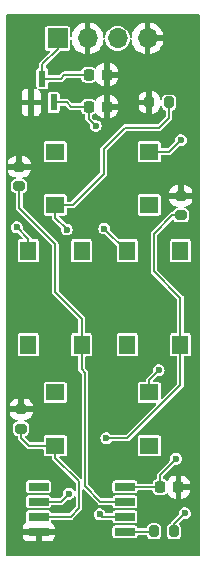
<source format=gbr>
G04 #@! TF.GenerationSoftware,KiCad,Pcbnew,8.0.1*
G04 #@! TF.CreationDate,2025-02-25T23:19:28-07:00*
G04 #@! TF.ProjectId,Button_Flex,42757474-6f6e-45f4-966c-65782e6b6963,rev?*
G04 #@! TF.SameCoordinates,Original*
G04 #@! TF.FileFunction,Copper,L1,Top*
G04 #@! TF.FilePolarity,Positive*
%FSLAX46Y46*%
G04 Gerber Fmt 4.6, Leading zero omitted, Abs format (unit mm)*
G04 Created by KiCad (PCBNEW 8.0.1) date 2025-02-25 23:19:28*
%MOMM*%
%LPD*%
G01*
G04 APERTURE LIST*
G04 Aperture macros list*
%AMRoundRect*
0 Rectangle with rounded corners*
0 $1 Rounding radius*
0 $2 $3 $4 $5 $6 $7 $8 $9 X,Y pos of 4 corners*
0 Add a 4 corners polygon primitive as box body*
4,1,4,$2,$3,$4,$5,$6,$7,$8,$9,$2,$3,0*
0 Add four circle primitives for the rounded corners*
1,1,$1+$1,$2,$3*
1,1,$1+$1,$4,$5*
1,1,$1+$1,$6,$7*
1,1,$1+$1,$8,$9*
0 Add four rect primitives between the rounded corners*
20,1,$1+$1,$2,$3,$4,$5,0*
20,1,$1+$1,$4,$5,$6,$7,0*
20,1,$1+$1,$6,$7,$8,$9,0*
20,1,$1+$1,$8,$9,$2,$3,0*%
G04 Aperture macros list end*
G04 #@! TA.AperFunction,SMDPad,CuDef*
%ADD10RoundRect,0.200000X-0.200000X-0.275000X0.200000X-0.275000X0.200000X0.275000X-0.200000X0.275000X0*%
G04 #@! TD*
G04 #@! TA.AperFunction,SMDPad,CuDef*
%ADD11R,1.700000X0.650000*%
G04 #@! TD*
G04 #@! TA.AperFunction,SMDPad,CuDef*
%ADD12R,1.549908X1.400048*%
G04 #@! TD*
G04 #@! TA.AperFunction,SMDPad,CuDef*
%ADD13R,1.400048X1.549908*%
G04 #@! TD*
G04 #@! TA.AperFunction,SMDPad,CuDef*
%ADD14RoundRect,0.225000X-0.225000X-0.250000X0.225000X-0.250000X0.225000X0.250000X-0.225000X0.250000X0*%
G04 #@! TD*
G04 #@! TA.AperFunction,SMDPad,CuDef*
%ADD15RoundRect,0.200000X-0.275000X0.200000X-0.275000X-0.200000X0.275000X-0.200000X0.275000X0.200000X0*%
G04 #@! TD*
G04 #@! TA.AperFunction,SMDPad,CuDef*
%ADD16R,0.609600X1.320800*%
G04 #@! TD*
G04 #@! TA.AperFunction,ComponentPad*
%ADD17R,1.700000X1.700000*%
G04 #@! TD*
G04 #@! TA.AperFunction,ComponentPad*
%ADD18O,1.700000X1.700000*%
G04 #@! TD*
G04 #@! TA.AperFunction,SMDPad,CuDef*
%ADD19RoundRect,0.200000X0.275000X-0.200000X0.275000X0.200000X-0.275000X0.200000X-0.275000X-0.200000X0*%
G04 #@! TD*
G04 #@! TA.AperFunction,ViaPad*
%ADD20C,0.600000*%
G04 #@! TD*
G04 #@! TA.AperFunction,Conductor*
%ADD21C,0.152400*%
G04 #@! TD*
G04 APERTURE END LIST*
D10*
X198860000Y-107110000D03*
X197210000Y-107110000D03*
D11*
X187420000Y-103310000D03*
X187420000Y-104580000D03*
X187420000Y-105850000D03*
X187420000Y-107120000D03*
X194720000Y-107120000D03*
X194720000Y-105850000D03*
X194720000Y-104580000D03*
X194720000Y-103310000D03*
D12*
X188825002Y-95343900D03*
X188825002Y-99843902D03*
X196774998Y-99843902D03*
X196774998Y-95343900D03*
D13*
X194930000Y-91294998D03*
X199430002Y-91294998D03*
X199430002Y-83345002D03*
X194930000Y-83345002D03*
X186549999Y-91294998D03*
X191050001Y-91294998D03*
X191050001Y-83345002D03*
X186549999Y-83345002D03*
D12*
X188825002Y-74960000D03*
X188825002Y-79460002D03*
X196774998Y-79460002D03*
X196774998Y-74960000D03*
D14*
X199260000Y-103350000D03*
X197710000Y-103350000D03*
X191650000Y-71140000D03*
X193200000Y-71140000D03*
D15*
X199460000Y-78700000D03*
X199460000Y-80350000D03*
D14*
X191650000Y-68430000D03*
X193200000Y-68430000D03*
D16*
X186789999Y-70790400D03*
X188690001Y-70790400D03*
X187740000Y-68760000D03*
D15*
X185780000Y-76220000D03*
X185780000Y-77870000D03*
D17*
X189020000Y-65360000D03*
D18*
X191560000Y-65360000D03*
X194100000Y-65360000D03*
X196640000Y-65360000D03*
D10*
X196800000Y-70790000D03*
X198450000Y-70790000D03*
D19*
X185940000Y-98400000D03*
X185940000Y-96750000D03*
D20*
X192250000Y-72780000D03*
X199805000Y-105565000D03*
X199060000Y-100950000D03*
X189800000Y-81550000D03*
X192580000Y-105660000D03*
X193150000Y-99210000D03*
X189975000Y-103905000D03*
X199460000Y-73980000D03*
X185560000Y-81340000D03*
X192980000Y-81460000D03*
X197590000Y-93460000D03*
D21*
X198860000Y-106510000D02*
X198860000Y-107110000D01*
X199805000Y-105565000D02*
X198860000Y-106510000D01*
X197200000Y-107120000D02*
X197210000Y-107110000D01*
X194720000Y-107120000D02*
X197200000Y-107120000D01*
X192250000Y-72780000D02*
X191650000Y-72180000D01*
X191650000Y-72180000D02*
X191650000Y-71140000D01*
X197180000Y-82200000D02*
X197180000Y-85070000D01*
X199430002Y-87320002D02*
X199430002Y-91294998D01*
X197170000Y-81900000D02*
X197170000Y-82190000D01*
X197170000Y-82190000D02*
X197180000Y-82200000D01*
X197180000Y-85070000D02*
X199430002Y-87320002D01*
X198720000Y-80350000D02*
X197170000Y-81900000D01*
X199460000Y-80350000D02*
X198720000Y-80350000D01*
X199060000Y-100960000D02*
X199060000Y-100950000D01*
X198590000Y-101430000D02*
X199060000Y-100960000D01*
X197710000Y-102310000D02*
X198590000Y-101430000D01*
X197710000Y-103350000D02*
X197710000Y-102310000D01*
X193150000Y-99210000D02*
X194936276Y-99210000D01*
X199430002Y-94716274D02*
X199430002Y-91294998D01*
X194936276Y-99210000D02*
X199430002Y-94716274D01*
X189800000Y-81550000D02*
X189800000Y-81520000D01*
X188825002Y-80545002D02*
X188825002Y-79460002D01*
X189800000Y-81520000D02*
X188825002Y-80545002D01*
X192770000Y-105850000D02*
X192580000Y-105660000D01*
X194720000Y-105850000D02*
X192770000Y-105850000D01*
X189300000Y-104580000D02*
X187420000Y-104580000D01*
X189975000Y-103905000D02*
X189300000Y-104580000D01*
X188825002Y-100885002D02*
X188825002Y-99843902D01*
X190820000Y-102880000D02*
X188825002Y-100885002D01*
X190820000Y-105150000D02*
X190820000Y-102880000D01*
X190120000Y-105850000D02*
X190820000Y-105150000D01*
X187420000Y-105850000D02*
X190120000Y-105850000D01*
X185940000Y-99190000D02*
X185940000Y-98400000D01*
X186593902Y-99843902D02*
X185940000Y-99190000D01*
X188825002Y-99843902D02*
X186593902Y-99843902D01*
X191050001Y-93350001D02*
X191050001Y-91294998D01*
X191360000Y-93660000D02*
X191050001Y-93350001D01*
X191360000Y-103300000D02*
X191360000Y-93660000D01*
X192640000Y-104580000D02*
X191360000Y-103300000D01*
X194720000Y-104580000D02*
X192640000Y-104580000D01*
X197630000Y-72910000D02*
X198450000Y-72090000D01*
X192920000Y-74720000D02*
X194730000Y-72910000D01*
X192920000Y-76830000D02*
X192920000Y-74720000D01*
X198450000Y-72090000D02*
X198450000Y-70790000D01*
X190289998Y-79460002D02*
X192920000Y-76830000D01*
X188825002Y-79460002D02*
X190289998Y-79460002D01*
X194730000Y-72910000D02*
X197630000Y-72910000D01*
X198480000Y-74960000D02*
X199460000Y-73980000D01*
X196774998Y-74960000D02*
X198480000Y-74960000D01*
X189020000Y-66270000D02*
X189020000Y-65360000D01*
X187740000Y-67550000D02*
X189020000Y-66270000D01*
X187740000Y-68760000D02*
X187740000Y-67550000D01*
X186549999Y-82329999D02*
X185560000Y-81340000D01*
X186549999Y-83345002D02*
X186549999Y-82329999D01*
X194865002Y-83345002D02*
X192980000Y-81460000D01*
X194930000Y-83345002D02*
X194865002Y-83345002D01*
X196774998Y-94275002D02*
X197590000Y-93460000D01*
X196774998Y-95343900D02*
X196774998Y-94275002D01*
X194730000Y-107110000D02*
X194720000Y-107120000D01*
X194760000Y-103350000D02*
X194720000Y-103310000D01*
X197710000Y-103350000D02*
X194760000Y-103350000D01*
X191050001Y-89090001D02*
X191050001Y-91294998D01*
X188830000Y-82790000D02*
X188830000Y-86870000D01*
X185780000Y-79740000D02*
X188830000Y-82790000D01*
X185780000Y-77870000D02*
X185780000Y-79740000D01*
X188830000Y-86870000D02*
X191050001Y-89090001D01*
X189820400Y-70790400D02*
X188690001Y-70790400D01*
X190170000Y-71140000D02*
X189820400Y-70790400D01*
X191650000Y-71140000D02*
X190170000Y-71140000D01*
X189610000Y-68430000D02*
X191650000Y-68430000D01*
X189280000Y-68760000D02*
X189610000Y-68430000D01*
X187740000Y-68760000D02*
X189280000Y-68760000D01*
G04 #@! TA.AperFunction,Conductor*
G36*
X201022638Y-63338093D02*
G01*
X201048358Y-63382642D01*
X201049500Y-63395700D01*
X201049500Y-109154300D01*
X201031907Y-109202638D01*
X200987358Y-109228358D01*
X200974300Y-109229500D01*
X184715700Y-109229500D01*
X184667362Y-109211907D01*
X184641642Y-109167358D01*
X184640500Y-109154300D01*
X184640500Y-107370000D01*
X186070000Y-107370000D01*
X186070000Y-107492831D01*
X186076401Y-107552374D01*
X186076402Y-107552377D01*
X186126648Y-107687090D01*
X186126649Y-107687092D01*
X186212810Y-107802189D01*
X186327907Y-107888350D01*
X186327909Y-107888351D01*
X186462622Y-107938597D01*
X186462625Y-107938598D01*
X186522168Y-107944999D01*
X186522180Y-107945000D01*
X187170000Y-107945000D01*
X187170000Y-107370000D01*
X187670000Y-107370000D01*
X187670000Y-107945000D01*
X188317820Y-107945000D01*
X188317831Y-107944999D01*
X188377374Y-107938598D01*
X188377377Y-107938597D01*
X188512090Y-107888351D01*
X188512092Y-107888350D01*
X188627189Y-107802189D01*
X188713350Y-107687092D01*
X188713351Y-107687090D01*
X188763597Y-107552377D01*
X188763598Y-107552374D01*
X188769999Y-107492831D01*
X188770000Y-107492820D01*
X188770000Y-107464748D01*
X193669500Y-107464748D01*
X193681132Y-107523229D01*
X193681133Y-107523231D01*
X193725448Y-107589552D01*
X193791769Y-107633867D01*
X193821010Y-107639683D01*
X193850251Y-107645500D01*
X193850252Y-107645500D01*
X195589749Y-107645500D01*
X195609242Y-107641622D01*
X195648231Y-107633867D01*
X195714552Y-107589552D01*
X195758867Y-107523231D01*
X195770500Y-107464748D01*
X195770500Y-107464747D01*
X195770501Y-107464742D01*
X195770523Y-107464522D01*
X195770560Y-107464443D01*
X195771221Y-107461124D01*
X195772072Y-107461293D01*
X195792774Y-107418144D01*
X195839631Y-107396919D01*
X195845360Y-107396700D01*
X196542135Y-107396700D01*
X196590473Y-107414293D01*
X196616193Y-107458842D01*
X196616409Y-107460138D01*
X196624352Y-107510302D01*
X196681951Y-107623344D01*
X196771655Y-107713048D01*
X196771657Y-107713049D01*
X196771658Y-107713050D01*
X196884694Y-107770645D01*
X196884696Y-107770646D01*
X196978481Y-107785500D01*
X197441518Y-107785499D01*
X197449646Y-107784211D01*
X197535301Y-107770647D01*
X197535302Y-107770646D01*
X197535304Y-107770646D01*
X197648342Y-107713050D01*
X197738050Y-107623342D01*
X197795646Y-107510304D01*
X197810500Y-107416519D01*
X197810500Y-107416512D01*
X198259500Y-107416512D01*
X198259501Y-107416524D01*
X198274352Y-107510301D01*
X198331951Y-107623344D01*
X198421655Y-107713048D01*
X198421657Y-107713049D01*
X198421658Y-107713050D01*
X198534694Y-107770645D01*
X198534696Y-107770646D01*
X198628481Y-107785500D01*
X199091518Y-107785499D01*
X199099646Y-107784211D01*
X199185301Y-107770647D01*
X199185302Y-107770646D01*
X199185304Y-107770646D01*
X199298342Y-107713050D01*
X199388050Y-107623342D01*
X199445646Y-107510304D01*
X199460500Y-107416519D01*
X199460499Y-106803482D01*
X199456028Y-106775251D01*
X199445647Y-106709698D01*
X199415457Y-106650448D01*
X199388050Y-106596658D01*
X199388049Y-106596657D01*
X199388048Y-106596655D01*
X199329526Y-106538133D01*
X199307786Y-106491513D01*
X199321100Y-106441826D01*
X199329520Y-106431791D01*
X199673875Y-106087436D01*
X199720494Y-106065697D01*
X199727660Y-106065901D01*
X199727660Y-106065500D01*
X199876958Y-106065500D01*
X199876961Y-106065500D01*
X200015053Y-106024953D01*
X200136128Y-105947143D01*
X200230377Y-105838373D01*
X200290165Y-105707457D01*
X200310647Y-105565000D01*
X200290165Y-105422543D01*
X200273763Y-105386629D01*
X200230377Y-105291627D01*
X200230375Y-105291624D01*
X200139222Y-105186428D01*
X200136128Y-105182857D01*
X200136127Y-105182856D01*
X200136125Y-105182855D01*
X200099784Y-105159500D01*
X200015053Y-105105047D01*
X200015052Y-105105046D01*
X199876963Y-105064500D01*
X199876961Y-105064500D01*
X199733039Y-105064500D01*
X199733036Y-105064500D01*
X199594948Y-105105046D01*
X199473874Y-105182855D01*
X199473872Y-105182856D01*
X199379624Y-105291624D01*
X199379622Y-105291627D01*
X199319835Y-105422540D01*
X199299353Y-105565000D01*
X199308368Y-105627703D01*
X199297832Y-105678052D01*
X199287107Y-105691578D01*
X198638584Y-106340101D01*
X198597547Y-106411178D01*
X198558141Y-106444242D01*
X198544188Y-106447850D01*
X198541194Y-106448324D01*
X198534694Y-106449354D01*
X198421655Y-106506951D01*
X198331951Y-106596655D01*
X198274354Y-106709694D01*
X198259500Y-106803478D01*
X198259500Y-107416512D01*
X197810500Y-107416512D01*
X197810499Y-106803482D01*
X197806028Y-106775251D01*
X197795647Y-106709698D01*
X197765457Y-106650448D01*
X197738050Y-106596658D01*
X197738049Y-106596657D01*
X197738048Y-106596655D01*
X197648344Y-106506951D01*
X197535304Y-106449354D01*
X197535306Y-106449354D01*
X197487774Y-106441826D01*
X197441519Y-106434500D01*
X197441517Y-106434500D01*
X196978487Y-106434500D01*
X196978475Y-106434501D01*
X196884698Y-106449352D01*
X196771655Y-106506951D01*
X196681951Y-106596655D01*
X196624354Y-106709694D01*
X196619798Y-106738457D01*
X196613936Y-106775478D01*
X196613241Y-106779864D01*
X196588303Y-106824854D01*
X196540280Y-106843289D01*
X196538967Y-106843300D01*
X195845360Y-106843300D01*
X195797022Y-106825707D01*
X195771302Y-106781158D01*
X195770523Y-106775478D01*
X195770501Y-106775257D01*
X195758867Y-106716770D01*
X195758866Y-106716768D01*
X195754142Y-106709698D01*
X195714552Y-106650448D01*
X195648231Y-106606133D01*
X195648229Y-106606132D01*
X195589749Y-106594500D01*
X195589748Y-106594500D01*
X193850252Y-106594500D01*
X193850251Y-106594500D01*
X193791770Y-106606132D01*
X193791768Y-106606133D01*
X193725448Y-106650448D01*
X193681133Y-106716768D01*
X193681132Y-106716770D01*
X193669500Y-106775251D01*
X193669500Y-107464748D01*
X188770000Y-107464748D01*
X188770000Y-107370000D01*
X187670000Y-107370000D01*
X187170000Y-107370000D01*
X186070000Y-107370000D01*
X184640500Y-107370000D01*
X184640500Y-103654748D01*
X186369500Y-103654748D01*
X186381132Y-103713229D01*
X186381133Y-103713231D01*
X186425448Y-103779552D01*
X186491769Y-103823867D01*
X186521010Y-103829683D01*
X186550251Y-103835500D01*
X186550252Y-103835500D01*
X188289749Y-103835500D01*
X188309242Y-103831622D01*
X188348231Y-103823867D01*
X188414552Y-103779552D01*
X188458867Y-103713231D01*
X188470500Y-103654748D01*
X188470500Y-102965252D01*
X188458867Y-102906769D01*
X188414552Y-102840448D01*
X188348231Y-102796133D01*
X188348229Y-102796132D01*
X188289749Y-102784500D01*
X188289748Y-102784500D01*
X186550252Y-102784500D01*
X186550251Y-102784500D01*
X186491770Y-102796132D01*
X186491768Y-102796133D01*
X186425448Y-102840448D01*
X186381133Y-102906768D01*
X186381132Y-102906770D01*
X186369500Y-102965251D01*
X186369500Y-103654748D01*
X184640500Y-103654748D01*
X184640500Y-96500000D01*
X184965000Y-96500000D01*
X185690000Y-96500000D01*
X185690000Y-95850000D01*
X186190000Y-95850000D01*
X186190000Y-96500000D01*
X186914999Y-96500000D01*
X186914999Y-96493420D01*
X186914998Y-96493415D01*
X186908590Y-96422894D01*
X186858019Y-96260603D01*
X186770071Y-96115121D01*
X186718622Y-96063672D01*
X187849548Y-96063672D01*
X187861180Y-96122153D01*
X187861181Y-96122155D01*
X187905496Y-96188476D01*
X187971817Y-96232791D01*
X188001058Y-96238607D01*
X188030299Y-96244424D01*
X188030300Y-96244424D01*
X189619705Y-96244424D01*
X189639198Y-96240546D01*
X189678187Y-96232791D01*
X189744508Y-96188476D01*
X189788823Y-96122155D01*
X189800456Y-96063672D01*
X189800456Y-94624128D01*
X189799406Y-94618851D01*
X189788823Y-94565646D01*
X189788822Y-94565644D01*
X189744508Y-94499324D01*
X189678187Y-94455009D01*
X189678185Y-94455008D01*
X189619705Y-94443376D01*
X189619704Y-94443376D01*
X188030300Y-94443376D01*
X188030299Y-94443376D01*
X187971818Y-94455008D01*
X187971816Y-94455009D01*
X187905496Y-94499324D01*
X187861181Y-94565644D01*
X187861180Y-94565646D01*
X187849548Y-94624127D01*
X187849548Y-96063672D01*
X186718622Y-96063672D01*
X186649878Y-95994928D01*
X186504396Y-95906980D01*
X186342107Y-95856409D01*
X186342103Y-95856408D01*
X186271583Y-95850000D01*
X186190000Y-95850000D01*
X185690000Y-95850000D01*
X185608419Y-95850000D01*
X185608415Y-95850001D01*
X185537894Y-95856409D01*
X185375603Y-95906980D01*
X185230121Y-95994928D01*
X185109928Y-96115121D01*
X185021980Y-96260603D01*
X184971409Y-96422892D01*
X184971408Y-96422896D01*
X184965000Y-96493416D01*
X184965000Y-96500000D01*
X184640500Y-96500000D01*
X184640500Y-92089700D01*
X185649475Y-92089700D01*
X185661107Y-92148181D01*
X185661108Y-92148183D01*
X185705423Y-92214504D01*
X185771744Y-92258819D01*
X185800985Y-92264635D01*
X185830226Y-92270452D01*
X185830227Y-92270452D01*
X187269772Y-92270452D01*
X187289265Y-92266574D01*
X187328254Y-92258819D01*
X187394575Y-92214504D01*
X187438890Y-92148183D01*
X187450523Y-92089700D01*
X187450523Y-90500296D01*
X187438890Y-90441813D01*
X187394575Y-90375492D01*
X187328254Y-90331177D01*
X187328252Y-90331176D01*
X187269772Y-90319544D01*
X187269771Y-90319544D01*
X185830227Y-90319544D01*
X185830226Y-90319544D01*
X185771745Y-90331176D01*
X185771743Y-90331177D01*
X185705423Y-90375492D01*
X185661108Y-90441812D01*
X185661107Y-90441814D01*
X185649475Y-90500295D01*
X185649475Y-92089700D01*
X184640500Y-92089700D01*
X184640500Y-81340000D01*
X185054353Y-81340000D01*
X185074835Y-81482459D01*
X185134622Y-81613372D01*
X185134624Y-81613375D01*
X185203149Y-81692457D01*
X185228872Y-81722143D01*
X185349947Y-81799953D01*
X185488039Y-81840500D01*
X185488042Y-81840500D01*
X185637340Y-81840500D01*
X185637340Y-81843292D01*
X185677583Y-81851703D01*
X185691125Y-81862438D01*
X186069861Y-82241174D01*
X186091601Y-82287794D01*
X186078287Y-82337481D01*
X186036150Y-82366986D01*
X186016687Y-82369548D01*
X185830226Y-82369548D01*
X185771745Y-82381180D01*
X185771743Y-82381181D01*
X185705423Y-82425496D01*
X185661108Y-82491816D01*
X185661107Y-82491818D01*
X185649475Y-82550299D01*
X185649475Y-84139704D01*
X185661107Y-84198185D01*
X185661108Y-84198187D01*
X185705423Y-84264508D01*
X185771744Y-84308823D01*
X185800985Y-84314639D01*
X185830226Y-84320456D01*
X185830227Y-84320456D01*
X187269772Y-84320456D01*
X187289265Y-84316578D01*
X187328254Y-84308823D01*
X187394575Y-84264508D01*
X187438890Y-84198187D01*
X187450523Y-84139704D01*
X187450523Y-82550300D01*
X187438890Y-82491817D01*
X187394575Y-82425496D01*
X187328254Y-82381181D01*
X187328252Y-82381180D01*
X187269772Y-82369548D01*
X187269771Y-82369548D01*
X186901899Y-82369548D01*
X186853561Y-82351955D01*
X186827841Y-82307406D01*
X186826699Y-82294348D01*
X186826699Y-82293572D01*
X186807843Y-82223196D01*
X186807843Y-82223195D01*
X186771415Y-82160102D01*
X186077891Y-81466578D01*
X186056151Y-81419958D01*
X186056630Y-81402705D01*
X186065647Y-81340000D01*
X186045165Y-81197543D01*
X186040178Y-81186624D01*
X185985377Y-81066627D01*
X185985375Y-81066624D01*
X185891127Y-80957856D01*
X185891125Y-80957855D01*
X185770051Y-80880046D01*
X185770052Y-80880046D01*
X185631963Y-80839500D01*
X185631961Y-80839500D01*
X185488039Y-80839500D01*
X185488036Y-80839500D01*
X185349948Y-80880046D01*
X185228874Y-80957855D01*
X185228872Y-80957856D01*
X185134624Y-81066624D01*
X185134622Y-81066627D01*
X185074835Y-81197540D01*
X185054353Y-81340000D01*
X184640500Y-81340000D01*
X184640500Y-76470000D01*
X184805001Y-76470000D01*
X184805001Y-76476584D01*
X184811409Y-76547105D01*
X184861980Y-76709396D01*
X184949928Y-76854878D01*
X185070121Y-76975071D01*
X185215603Y-77063019D01*
X185377892Y-77113590D01*
X185377896Y-77113591D01*
X185448416Y-77119999D01*
X185461885Y-77119999D01*
X185510224Y-77137589D01*
X185535947Y-77182136D01*
X185527018Y-77232795D01*
X185487615Y-77265862D01*
X185473653Y-77269473D01*
X185379697Y-77284352D01*
X185266655Y-77341951D01*
X185176951Y-77431655D01*
X185119354Y-77544694D01*
X185104500Y-77638479D01*
X185104500Y-78101512D01*
X185104501Y-78101524D01*
X185119352Y-78195301D01*
X185176951Y-78308344D01*
X185266655Y-78398048D01*
X185266657Y-78398049D01*
X185266658Y-78398050D01*
X185379696Y-78455646D01*
X185439864Y-78465175D01*
X185484854Y-78490113D01*
X185503289Y-78538136D01*
X185503300Y-78539448D01*
X185503300Y-79703572D01*
X185503300Y-79776428D01*
X185522156Y-79846803D01*
X185558585Y-79909898D01*
X185558586Y-79909899D01*
X188531274Y-82882587D01*
X188553014Y-82929207D01*
X188553300Y-82935761D01*
X188553300Y-86833572D01*
X188553300Y-86906428D01*
X188572156Y-86976803D01*
X188608585Y-87039898D01*
X188608586Y-87039899D01*
X190751275Y-89182588D01*
X190773015Y-89229208D01*
X190773301Y-89235762D01*
X190773301Y-90244344D01*
X190755708Y-90292682D01*
X190711159Y-90318402D01*
X190698101Y-90319544D01*
X190330228Y-90319544D01*
X190271747Y-90331176D01*
X190271745Y-90331177D01*
X190205425Y-90375492D01*
X190161110Y-90441812D01*
X190161109Y-90441814D01*
X190149477Y-90500295D01*
X190149477Y-92089700D01*
X190161109Y-92148181D01*
X190161110Y-92148183D01*
X190205425Y-92214504D01*
X190271746Y-92258819D01*
X190300987Y-92264635D01*
X190330228Y-92270452D01*
X190330229Y-92270452D01*
X190698101Y-92270452D01*
X190746439Y-92288045D01*
X190772159Y-92332594D01*
X190773301Y-92345652D01*
X190773301Y-93313573D01*
X190773301Y-93386429D01*
X190792157Y-93456804D01*
X190828586Y-93519899D01*
X190828587Y-93519900D01*
X191061274Y-93752587D01*
X191083014Y-93799207D01*
X191083300Y-93805761D01*
X191083300Y-102570439D01*
X191065707Y-102618777D01*
X191021158Y-102644497D01*
X190970500Y-102635564D01*
X190954926Y-102623613D01*
X189204113Y-100872800D01*
X189182373Y-100826180D01*
X189195687Y-100776493D01*
X189237824Y-100746988D01*
X189257287Y-100744426D01*
X189619705Y-100744426D01*
X189639198Y-100740548D01*
X189678187Y-100732793D01*
X189744508Y-100688478D01*
X189788823Y-100622157D01*
X189800456Y-100563674D01*
X189800456Y-99124130D01*
X189788823Y-99065647D01*
X189744508Y-98999326D01*
X189678187Y-98955011D01*
X189678185Y-98955010D01*
X189619705Y-98943378D01*
X189619704Y-98943378D01*
X188030300Y-98943378D01*
X188030299Y-98943378D01*
X187971818Y-98955010D01*
X187971816Y-98955011D01*
X187905496Y-98999326D01*
X187861181Y-99065646D01*
X187861180Y-99065648D01*
X187849548Y-99124129D01*
X187849548Y-99492002D01*
X187831955Y-99540340D01*
X187787406Y-99566060D01*
X187774348Y-99567202D01*
X186739663Y-99567202D01*
X186691325Y-99549609D01*
X186686489Y-99545176D01*
X186260489Y-99119176D01*
X186238749Y-99072556D01*
X186252063Y-99022869D01*
X186294200Y-98993364D01*
X186301887Y-98991730D01*
X186340304Y-98985646D01*
X186453342Y-98928050D01*
X186543050Y-98838342D01*
X186600646Y-98725304D01*
X186615500Y-98631519D01*
X186615499Y-98168482D01*
X186615498Y-98168475D01*
X186600647Y-98074698D01*
X186543048Y-97961655D01*
X186453344Y-97871951D01*
X186340304Y-97814354D01*
X186340306Y-97814354D01*
X186287037Y-97805917D01*
X186246519Y-97799500D01*
X186246517Y-97799500D01*
X186246347Y-97799473D01*
X186201357Y-97774535D01*
X186182922Y-97726511D01*
X186199670Y-97677874D01*
X186243762Y-97651381D01*
X186258111Y-97649999D01*
X186271581Y-97649999D01*
X186271584Y-97649998D01*
X186342105Y-97643590D01*
X186504396Y-97593019D01*
X186649878Y-97505071D01*
X186770071Y-97384878D01*
X186858019Y-97239396D01*
X186908590Y-97077107D01*
X186908591Y-97077103D01*
X186914999Y-97006583D01*
X186915000Y-97006582D01*
X186915000Y-97000000D01*
X184965001Y-97000000D01*
X184965001Y-97006584D01*
X184971409Y-97077105D01*
X185021980Y-97239396D01*
X185109928Y-97384878D01*
X185230121Y-97505071D01*
X185375603Y-97593019D01*
X185537892Y-97643590D01*
X185537896Y-97643591D01*
X185608416Y-97649999D01*
X185621885Y-97649999D01*
X185670224Y-97667589D01*
X185695947Y-97712136D01*
X185687018Y-97762795D01*
X185647615Y-97795862D01*
X185633653Y-97799473D01*
X185539697Y-97814352D01*
X185426655Y-97871951D01*
X185336951Y-97961655D01*
X185279354Y-98074694D01*
X185264500Y-98168479D01*
X185264500Y-98631512D01*
X185264501Y-98631524D01*
X185279352Y-98725301D01*
X185336951Y-98838344D01*
X185426655Y-98928048D01*
X185426657Y-98928049D01*
X185426658Y-98928050D01*
X185539696Y-98985646D01*
X185599864Y-98995175D01*
X185644854Y-99020113D01*
X185663289Y-99068136D01*
X185663300Y-99069449D01*
X185663300Y-99153572D01*
X185663300Y-99226428D01*
X185682156Y-99296803D01*
X185718585Y-99359898D01*
X186424004Y-100065317D01*
X186487099Y-100101746D01*
X186557474Y-100120602D01*
X187774348Y-100120602D01*
X187822686Y-100138195D01*
X187848406Y-100182744D01*
X187849548Y-100195802D01*
X187849548Y-100563674D01*
X187861180Y-100622155D01*
X187861181Y-100622157D01*
X187905496Y-100688478D01*
X187971817Y-100732793D01*
X188001058Y-100738609D01*
X188030299Y-100744426D01*
X188030300Y-100744426D01*
X188473102Y-100744426D01*
X188521440Y-100762019D01*
X188547160Y-100806568D01*
X188548302Y-100819626D01*
X188548302Y-100848574D01*
X188548302Y-100921430D01*
X188567158Y-100991805D01*
X188584271Y-101021444D01*
X188603588Y-101054901D01*
X190521274Y-102972587D01*
X190543014Y-103019207D01*
X190543300Y-103025761D01*
X190543300Y-103598895D01*
X190525707Y-103647233D01*
X190481158Y-103672953D01*
X190430500Y-103664020D01*
X190404468Y-103635386D01*
X190403283Y-103636149D01*
X190400375Y-103631624D01*
X190306127Y-103522856D01*
X190306125Y-103522855D01*
X190185051Y-103445046D01*
X190185052Y-103445046D01*
X190046963Y-103404500D01*
X190046961Y-103404500D01*
X189903039Y-103404500D01*
X189903036Y-103404500D01*
X189764948Y-103445046D01*
X189643874Y-103522855D01*
X189643872Y-103522856D01*
X189549624Y-103631624D01*
X189549622Y-103631627D01*
X189489835Y-103762540D01*
X189469353Y-103905000D01*
X189478368Y-103967701D01*
X189467832Y-104018051D01*
X189457108Y-104031577D01*
X189207413Y-104281274D01*
X189160792Y-104303014D01*
X189154238Y-104303300D01*
X188545360Y-104303300D01*
X188497022Y-104285707D01*
X188471302Y-104241158D01*
X188470523Y-104235478D01*
X188470501Y-104235257D01*
X188458867Y-104176770D01*
X188458866Y-104176768D01*
X188414552Y-104110448D01*
X188348231Y-104066133D01*
X188348229Y-104066132D01*
X188289749Y-104054500D01*
X188289748Y-104054500D01*
X186550252Y-104054500D01*
X186550251Y-104054500D01*
X186491770Y-104066132D01*
X186491768Y-104066133D01*
X186425448Y-104110448D01*
X186381133Y-104176768D01*
X186381132Y-104176770D01*
X186369500Y-104235251D01*
X186369500Y-104924748D01*
X186381132Y-104983229D01*
X186381133Y-104983231D01*
X186425448Y-105049552D01*
X186491769Y-105093867D01*
X186521010Y-105099683D01*
X186550251Y-105105500D01*
X186550252Y-105105500D01*
X188289749Y-105105500D01*
X188309242Y-105101622D01*
X188348231Y-105093867D01*
X188414552Y-105049552D01*
X188458867Y-104983231D01*
X188470500Y-104924748D01*
X188470500Y-104924747D01*
X188470501Y-104924742D01*
X188470523Y-104924522D01*
X188470560Y-104924443D01*
X188471221Y-104921124D01*
X188472072Y-104921293D01*
X188492774Y-104878144D01*
X188539631Y-104856919D01*
X188545360Y-104856700D01*
X189336427Y-104856700D01*
X189336428Y-104856700D01*
X189406803Y-104837844D01*
X189469898Y-104801415D01*
X189843875Y-104427437D01*
X189890494Y-104405698D01*
X189897660Y-104405897D01*
X189897660Y-104405500D01*
X190046958Y-104405500D01*
X190046961Y-104405500D01*
X190185053Y-104364953D01*
X190306128Y-104287143D01*
X190400377Y-104178373D01*
X190400378Y-104178369D01*
X190403283Y-104173851D01*
X190404711Y-104174769D01*
X190435776Y-104143205D01*
X190486983Y-104138313D01*
X190529354Y-104167481D01*
X190543300Y-104211104D01*
X190543300Y-105004239D01*
X190525707Y-105052577D01*
X190521274Y-105057413D01*
X190027413Y-105551274D01*
X189980793Y-105573014D01*
X189974239Y-105573300D01*
X188545360Y-105573300D01*
X188497022Y-105555707D01*
X188471302Y-105511158D01*
X188470523Y-105505478D01*
X188470501Y-105505257D01*
X188458867Y-105446770D01*
X188458866Y-105446768D01*
X188442677Y-105422540D01*
X188414552Y-105380448D01*
X188348231Y-105336133D01*
X188348229Y-105336132D01*
X188289749Y-105324500D01*
X188289748Y-105324500D01*
X186550252Y-105324500D01*
X186550251Y-105324500D01*
X186491770Y-105336132D01*
X186491768Y-105336133D01*
X186425448Y-105380448D01*
X186381133Y-105446768D01*
X186381132Y-105446770D01*
X186369500Y-105505251D01*
X186369500Y-106194748D01*
X186382578Y-106260495D01*
X186380008Y-106261006D01*
X186381741Y-106300669D01*
X186350428Y-106341480D01*
X186336306Y-106348514D01*
X186327918Y-106351643D01*
X186327907Y-106351649D01*
X186212810Y-106437810D01*
X186126649Y-106552907D01*
X186126648Y-106552909D01*
X186076402Y-106687622D01*
X186076401Y-106687625D01*
X186070000Y-106747168D01*
X186070000Y-106870000D01*
X188770000Y-106870000D01*
X188770000Y-106747180D01*
X188769999Y-106747168D01*
X188763598Y-106687625D01*
X188763597Y-106687622D01*
X188713351Y-106552909D01*
X188713350Y-106552907D01*
X188627189Y-106437810D01*
X188512092Y-106351649D01*
X188512088Y-106351647D01*
X188503699Y-106348518D01*
X188464557Y-106315142D01*
X188456026Y-106264414D01*
X188457906Y-106258057D01*
X188458865Y-106253233D01*
X188458867Y-106253231D01*
X188470500Y-106194748D01*
X188470500Y-106194747D01*
X188470501Y-106194742D01*
X188470523Y-106194522D01*
X188470560Y-106194443D01*
X188471221Y-106191124D01*
X188472072Y-106191293D01*
X188492774Y-106148144D01*
X188539631Y-106126919D01*
X188545360Y-106126700D01*
X190156427Y-106126700D01*
X190156428Y-106126700D01*
X190226803Y-106107844D01*
X190289898Y-106071415D01*
X190701313Y-105660000D01*
X192074353Y-105660000D01*
X192094835Y-105802459D01*
X192154622Y-105933372D01*
X192154624Y-105933375D01*
X192233977Y-106024953D01*
X192248872Y-106042143D01*
X192369947Y-106119953D01*
X192508039Y-106160500D01*
X192508042Y-106160500D01*
X192651958Y-106160500D01*
X192651961Y-106160500D01*
X192756701Y-106129745D01*
X192777887Y-106126700D01*
X193594640Y-106126700D01*
X193642978Y-106144293D01*
X193668698Y-106188842D01*
X193669477Y-106194522D01*
X193669498Y-106194742D01*
X193681132Y-106253229D01*
X193681133Y-106253231D01*
X193725448Y-106319552D01*
X193791769Y-106363867D01*
X193821010Y-106369683D01*
X193850251Y-106375500D01*
X193850252Y-106375500D01*
X195589749Y-106375500D01*
X195609242Y-106371622D01*
X195648231Y-106363867D01*
X195714552Y-106319552D01*
X195758867Y-106253231D01*
X195770500Y-106194748D01*
X195770500Y-105505252D01*
X195758867Y-105446769D01*
X195714552Y-105380448D01*
X195648231Y-105336133D01*
X195648229Y-105336132D01*
X195589749Y-105324500D01*
X195589748Y-105324500D01*
X193850252Y-105324500D01*
X193850251Y-105324500D01*
X193791770Y-105336132D01*
X193791768Y-105336133D01*
X193725448Y-105380448D01*
X193681133Y-105446768D01*
X193681132Y-105446770D01*
X193669498Y-105505257D01*
X193669477Y-105505478D01*
X193669439Y-105505556D01*
X193668779Y-105508876D01*
X193667927Y-105508706D01*
X193647226Y-105551856D01*
X193600369Y-105573081D01*
X193594640Y-105573300D01*
X193137831Y-105573300D01*
X193089493Y-105555707D01*
X193067656Y-105522317D01*
X193067399Y-105522435D01*
X193066625Y-105520741D01*
X193065679Y-105519294D01*
X193065164Y-105517541D01*
X193005378Y-105386629D01*
X193005375Y-105386624D01*
X192911127Y-105277856D01*
X192911125Y-105277855D01*
X192790051Y-105200046D01*
X192790052Y-105200046D01*
X192651963Y-105159500D01*
X192651961Y-105159500D01*
X192508039Y-105159500D01*
X192508036Y-105159500D01*
X192369948Y-105200046D01*
X192248874Y-105277855D01*
X192248872Y-105277856D01*
X192154624Y-105386624D01*
X192154622Y-105386627D01*
X192094835Y-105517540D01*
X192074353Y-105660000D01*
X190701313Y-105660000D01*
X191041415Y-105319898D01*
X191059658Y-105288300D01*
X191077844Y-105256802D01*
X191096700Y-105186428D01*
X191096700Y-103609561D01*
X191114293Y-103561223D01*
X191158842Y-103535503D01*
X191209500Y-103544436D01*
X191225074Y-103556387D01*
X192418585Y-104749898D01*
X192470102Y-104801415D01*
X192533198Y-104837844D01*
X192603572Y-104856700D01*
X193594640Y-104856700D01*
X193642978Y-104874293D01*
X193668698Y-104918842D01*
X193669477Y-104924522D01*
X193669498Y-104924742D01*
X193681132Y-104983229D01*
X193681133Y-104983231D01*
X193725448Y-105049552D01*
X193791769Y-105093867D01*
X193821010Y-105099683D01*
X193850251Y-105105500D01*
X193850252Y-105105500D01*
X195589749Y-105105500D01*
X195609242Y-105101622D01*
X195648231Y-105093867D01*
X195714552Y-105049552D01*
X195758867Y-104983231D01*
X195770500Y-104924748D01*
X195770500Y-104235252D01*
X195758867Y-104176769D01*
X195714552Y-104110448D01*
X195648231Y-104066133D01*
X195648229Y-104066132D01*
X195589749Y-104054500D01*
X195589748Y-104054500D01*
X193850252Y-104054500D01*
X193850251Y-104054500D01*
X193791770Y-104066132D01*
X193791768Y-104066133D01*
X193725448Y-104110448D01*
X193681133Y-104176768D01*
X193681132Y-104176770D01*
X193669498Y-104235257D01*
X193669477Y-104235478D01*
X193669439Y-104235556D01*
X193668779Y-104238876D01*
X193667927Y-104238706D01*
X193647226Y-104281856D01*
X193600369Y-104303081D01*
X193594640Y-104303300D01*
X192785761Y-104303300D01*
X192737423Y-104285707D01*
X192732587Y-104281274D01*
X192106061Y-103654748D01*
X193669500Y-103654748D01*
X193681132Y-103713229D01*
X193681133Y-103713231D01*
X193725448Y-103779552D01*
X193791769Y-103823867D01*
X193821010Y-103829683D01*
X193850251Y-103835500D01*
X193850252Y-103835500D01*
X195589749Y-103835500D01*
X195609242Y-103831622D01*
X195648231Y-103823867D01*
X195714552Y-103779552D01*
X195758867Y-103713231D01*
X195764039Y-103687228D01*
X195790725Y-103643253D01*
X195837794Y-103626700D01*
X196994198Y-103626700D01*
X197042536Y-103644293D01*
X197068256Y-103688842D01*
X197068472Y-103690136D01*
X197075281Y-103733127D01*
X197136473Y-103853222D01*
X197231777Y-103948526D01*
X197231779Y-103948527D01*
X197231780Y-103948528D01*
X197351872Y-104009718D01*
X197351874Y-104009719D01*
X197451512Y-104025500D01*
X197451516Y-104025500D01*
X197968484Y-104025500D01*
X197968488Y-104025500D01*
X198068126Y-104009719D01*
X198188220Y-103948528D01*
X198251340Y-103885407D01*
X198297959Y-103863668D01*
X198347646Y-103876981D01*
X198371022Y-103904838D01*
X198371154Y-103904757D01*
X198371709Y-103905657D01*
X198372669Y-103906801D01*
X198373456Y-103908490D01*
X198462424Y-104052728D01*
X198462427Y-104052732D01*
X198582267Y-104172572D01*
X198582271Y-104172575D01*
X198726514Y-104261545D01*
X198726513Y-104261545D01*
X198887392Y-104314855D01*
X198887391Y-104314855D01*
X198986690Y-104324999D01*
X199009999Y-104324999D01*
X199010000Y-104324998D01*
X199010000Y-103600000D01*
X199510000Y-103600000D01*
X199510000Y-104324999D01*
X199533309Y-104324999D01*
X199632610Y-104314854D01*
X199793486Y-104261545D01*
X199937728Y-104172575D01*
X199937732Y-104172572D01*
X200057572Y-104052732D01*
X200057575Y-104052728D01*
X200146545Y-103908486D01*
X200199855Y-103747607D01*
X200210000Y-103648308D01*
X200210000Y-103600000D01*
X199510000Y-103600000D01*
X199010000Y-103600000D01*
X199010000Y-102375000D01*
X199510000Y-102375000D01*
X199510000Y-103100000D01*
X200209999Y-103100000D01*
X200209999Y-103051690D01*
X200199854Y-102952389D01*
X200146545Y-102791513D01*
X200057575Y-102647271D01*
X200057572Y-102647267D01*
X199937732Y-102527427D01*
X199937728Y-102527424D01*
X199793485Y-102438454D01*
X199793486Y-102438454D01*
X199632607Y-102385144D01*
X199632608Y-102385144D01*
X199533309Y-102375000D01*
X199510000Y-102375000D01*
X199010000Y-102375000D01*
X198986690Y-102375000D01*
X198887389Y-102385145D01*
X198726513Y-102438454D01*
X198582271Y-102527424D01*
X198582267Y-102527427D01*
X198462427Y-102647267D01*
X198462424Y-102647271D01*
X198373450Y-102791519D01*
X198372666Y-102793202D01*
X198372005Y-102793862D01*
X198371154Y-102795243D01*
X198370826Y-102795041D01*
X198336291Y-102829573D01*
X198285046Y-102834053D01*
X198251340Y-102814591D01*
X198188222Y-102751473D01*
X198068129Y-102690282D01*
X198068126Y-102690281D01*
X198061335Y-102689205D01*
X198050134Y-102687431D01*
X198005144Y-102662491D01*
X197986711Y-102614467D01*
X197986700Y-102613157D01*
X197986700Y-102455761D01*
X198004293Y-102407423D01*
X198008726Y-102402587D01*
X198811415Y-101599898D01*
X198938786Y-101472526D01*
X198985407Y-101450786D01*
X198991961Y-101450500D01*
X199131958Y-101450500D01*
X199131961Y-101450500D01*
X199270053Y-101409953D01*
X199391128Y-101332143D01*
X199485377Y-101223373D01*
X199545165Y-101092457D01*
X199565647Y-100950000D01*
X199545165Y-100807543D01*
X199511027Y-100732793D01*
X199485377Y-100676627D01*
X199485375Y-100676624D01*
X199391127Y-100567856D01*
X199391125Y-100567855D01*
X199270051Y-100490046D01*
X199270052Y-100490046D01*
X199131963Y-100449500D01*
X199131961Y-100449500D01*
X198988039Y-100449500D01*
X198988036Y-100449500D01*
X198849948Y-100490046D01*
X198728874Y-100567855D01*
X198728872Y-100567856D01*
X198634624Y-100676624D01*
X198634622Y-100676627D01*
X198574835Y-100807540D01*
X198554353Y-100950000D01*
X198564625Y-101021444D01*
X198554089Y-101071794D01*
X198543365Y-101085320D01*
X198420102Y-101208585D01*
X198420101Y-101208585D01*
X197488583Y-102140103D01*
X197452155Y-102203196D01*
X197452156Y-102203197D01*
X197433300Y-102273573D01*
X197433300Y-102613157D01*
X197415707Y-102661495D01*
X197371158Y-102687215D01*
X197369866Y-102687431D01*
X197351874Y-102690281D01*
X197351870Y-102690282D01*
X197231777Y-102751473D01*
X197136473Y-102846777D01*
X197075281Y-102966872D01*
X197068472Y-103009864D01*
X197043533Y-103054854D01*
X196995510Y-103073289D01*
X196994198Y-103073300D01*
X195845700Y-103073300D01*
X195797362Y-103055707D01*
X195771642Y-103011158D01*
X195770500Y-102998100D01*
X195770500Y-102965251D01*
X195758867Y-102906770D01*
X195758866Y-102906768D01*
X195714552Y-102840448D01*
X195648231Y-102796133D01*
X195648229Y-102796132D01*
X195589749Y-102784500D01*
X195589748Y-102784500D01*
X193850252Y-102784500D01*
X193850251Y-102784500D01*
X193791770Y-102796132D01*
X193791768Y-102796133D01*
X193725448Y-102840448D01*
X193681133Y-102906768D01*
X193681132Y-102906770D01*
X193669500Y-102965251D01*
X193669500Y-103654748D01*
X192106061Y-103654748D01*
X191658726Y-103207413D01*
X191636986Y-103160793D01*
X191636700Y-103154239D01*
X191636700Y-100563674D01*
X195799544Y-100563674D01*
X195811176Y-100622155D01*
X195811177Y-100622157D01*
X195855492Y-100688478D01*
X195921813Y-100732793D01*
X195951054Y-100738609D01*
X195980295Y-100744426D01*
X195980296Y-100744426D01*
X197569701Y-100744426D01*
X197589194Y-100740548D01*
X197628183Y-100732793D01*
X197694504Y-100688478D01*
X197738819Y-100622157D01*
X197750452Y-100563674D01*
X197750452Y-99124130D01*
X197738819Y-99065647D01*
X197694504Y-98999326D01*
X197628183Y-98955011D01*
X197628181Y-98955010D01*
X197569701Y-98943378D01*
X197569700Y-98943378D01*
X195980296Y-98943378D01*
X195980295Y-98943378D01*
X195921814Y-98955010D01*
X195921812Y-98955011D01*
X195855492Y-98999326D01*
X195811177Y-99065646D01*
X195811176Y-99065648D01*
X195799544Y-99124129D01*
X195799544Y-100563674D01*
X191636700Y-100563674D01*
X191636700Y-99210000D01*
X192644353Y-99210000D01*
X192664835Y-99352459D01*
X192724622Y-99483372D01*
X192724624Y-99483375D01*
X192778175Y-99545176D01*
X192818872Y-99592143D01*
X192939947Y-99669953D01*
X193078039Y-99710500D01*
X193078042Y-99710500D01*
X193221958Y-99710500D01*
X193221961Y-99710500D01*
X193360053Y-99669953D01*
X193481128Y-99592143D01*
X193521825Y-99545176D01*
X193550005Y-99512655D01*
X193594955Y-99487645D01*
X193606837Y-99486700D01*
X194972703Y-99486700D01*
X194972704Y-99486700D01*
X195043079Y-99467844D01*
X195106174Y-99431415D01*
X199651417Y-94886172D01*
X199687845Y-94823077D01*
X199687846Y-94823076D01*
X199706702Y-94752702D01*
X199706702Y-92345652D01*
X199724295Y-92297314D01*
X199768844Y-92271594D01*
X199781902Y-92270452D01*
X200149775Y-92270452D01*
X200169268Y-92266574D01*
X200208257Y-92258819D01*
X200274578Y-92214504D01*
X200318893Y-92148183D01*
X200330526Y-92089700D01*
X200330526Y-90500296D01*
X200318893Y-90441813D01*
X200274578Y-90375492D01*
X200208257Y-90331177D01*
X200208255Y-90331176D01*
X200149775Y-90319544D01*
X200149774Y-90319544D01*
X199781902Y-90319544D01*
X199733564Y-90301951D01*
X199707844Y-90257402D01*
X199706702Y-90244344D01*
X199706702Y-87283575D01*
X199687846Y-87213201D01*
X199687845Y-87213199D01*
X199651416Y-87150103D01*
X199599900Y-87098587D01*
X197478726Y-84977413D01*
X197456986Y-84930793D01*
X197456700Y-84924239D01*
X197456700Y-84139704D01*
X198529478Y-84139704D01*
X198541110Y-84198185D01*
X198541111Y-84198187D01*
X198585426Y-84264508D01*
X198651747Y-84308823D01*
X198680988Y-84314639D01*
X198710229Y-84320456D01*
X198710230Y-84320456D01*
X200149775Y-84320456D01*
X200169268Y-84316578D01*
X200208257Y-84308823D01*
X200274578Y-84264508D01*
X200318893Y-84198187D01*
X200330526Y-84139704D01*
X200330526Y-82550300D01*
X200318893Y-82491817D01*
X200274578Y-82425496D01*
X200208257Y-82381181D01*
X200208255Y-82381180D01*
X200149775Y-82369548D01*
X200149774Y-82369548D01*
X198710230Y-82369548D01*
X198710229Y-82369548D01*
X198651748Y-82381180D01*
X198651746Y-82381181D01*
X198585426Y-82425496D01*
X198541111Y-82491816D01*
X198541110Y-82491818D01*
X198529478Y-82550299D01*
X198529478Y-84139704D01*
X197456700Y-84139704D01*
X197456700Y-82163571D01*
X197454021Y-82153573D01*
X197454021Y-82153572D01*
X197449262Y-82135809D01*
X197446700Y-82116348D01*
X197446700Y-82045760D01*
X197464293Y-81997422D01*
X197468715Y-81992597D01*
X198721662Y-80739649D01*
X198768281Y-80717910D01*
X198817968Y-80731224D01*
X198841837Y-80758682D01*
X198856465Y-80787391D01*
X198856951Y-80788344D01*
X198946655Y-80878048D01*
X198946657Y-80878049D01*
X198946658Y-80878050D01*
X199059694Y-80935645D01*
X199059696Y-80935646D01*
X199153481Y-80950500D01*
X199766518Y-80950499D01*
X199774646Y-80949211D01*
X199860301Y-80935647D01*
X199860302Y-80935646D01*
X199860304Y-80935646D01*
X199973342Y-80878050D01*
X200063050Y-80788342D01*
X200120646Y-80675304D01*
X200135500Y-80581519D01*
X200135499Y-80118482D01*
X200131330Y-80092155D01*
X200120647Y-80024698D01*
X200063048Y-79911655D01*
X199973344Y-79821951D01*
X199860304Y-79764354D01*
X199860306Y-79764354D01*
X199807037Y-79755917D01*
X199766519Y-79749500D01*
X199766517Y-79749500D01*
X199766347Y-79749473D01*
X199721357Y-79724535D01*
X199702922Y-79676511D01*
X199719670Y-79627874D01*
X199763762Y-79601381D01*
X199778111Y-79599999D01*
X199791581Y-79599999D01*
X199791584Y-79599998D01*
X199862105Y-79593590D01*
X200024396Y-79543019D01*
X200169878Y-79455071D01*
X200290071Y-79334878D01*
X200378019Y-79189396D01*
X200428590Y-79027107D01*
X200428591Y-79027103D01*
X200434999Y-78956583D01*
X200435000Y-78956582D01*
X200435000Y-78950000D01*
X198485001Y-78950000D01*
X198485001Y-78956584D01*
X198491409Y-79027105D01*
X198541980Y-79189396D01*
X198629928Y-79334878D01*
X198750121Y-79455071D01*
X198895603Y-79543019D01*
X199057892Y-79593590D01*
X199057896Y-79593591D01*
X199128416Y-79599999D01*
X199141885Y-79599999D01*
X199190224Y-79617589D01*
X199215947Y-79662136D01*
X199207018Y-79712795D01*
X199167615Y-79745862D01*
X199153653Y-79749473D01*
X199059697Y-79764352D01*
X198946655Y-79821951D01*
X198856951Y-79911655D01*
X198796667Y-80029969D01*
X198794545Y-80028888D01*
X198768772Y-80061875D01*
X198728925Y-80073300D01*
X198683572Y-80073300D01*
X198657816Y-80080200D01*
X198613199Y-80092155D01*
X198550100Y-80128586D01*
X196948583Y-81730103D01*
X196912156Y-81793195D01*
X196912154Y-81793200D01*
X196908232Y-81807841D01*
X196908232Y-81807843D01*
X196901746Y-81832050D01*
X196893300Y-81863572D01*
X196893300Y-82153572D01*
X196893300Y-82226428D01*
X196897251Y-82241174D01*
X196900738Y-82254187D01*
X196903300Y-82273649D01*
X196903300Y-85033572D01*
X196903300Y-85106428D01*
X196922156Y-85176803D01*
X196958585Y-85239898D01*
X196958586Y-85239899D01*
X199131276Y-87412589D01*
X199153016Y-87459209D01*
X199153302Y-87465763D01*
X199153302Y-90244344D01*
X199135709Y-90292682D01*
X199091160Y-90318402D01*
X199078102Y-90319544D01*
X198710229Y-90319544D01*
X198651748Y-90331176D01*
X198651746Y-90331177D01*
X198585426Y-90375492D01*
X198541111Y-90441812D01*
X198541110Y-90441814D01*
X198529478Y-90500295D01*
X198529478Y-92089700D01*
X198541110Y-92148181D01*
X198541111Y-92148183D01*
X198585426Y-92214504D01*
X198651747Y-92258819D01*
X198680988Y-92264635D01*
X198710229Y-92270452D01*
X198710230Y-92270452D01*
X199078102Y-92270452D01*
X199126440Y-92288045D01*
X199152160Y-92332594D01*
X199153302Y-92345652D01*
X199153302Y-94570513D01*
X199135709Y-94618851D01*
X199131276Y-94623687D01*
X197878826Y-95876137D01*
X197832206Y-95897877D01*
X197782519Y-95884563D01*
X197753014Y-95842426D01*
X197750452Y-95822963D01*
X197750452Y-94624127D01*
X197738819Y-94565646D01*
X197738818Y-94565644D01*
X197694504Y-94499324D01*
X197628183Y-94455009D01*
X197628181Y-94455008D01*
X197569701Y-94443376D01*
X197569700Y-94443376D01*
X197179485Y-94443376D01*
X197131147Y-94425783D01*
X197105427Y-94381234D01*
X197114360Y-94330576D01*
X197126307Y-94315005D01*
X197458875Y-93982437D01*
X197505494Y-93960698D01*
X197512660Y-93960897D01*
X197512660Y-93960500D01*
X197661958Y-93960500D01*
X197661961Y-93960500D01*
X197800053Y-93919953D01*
X197921128Y-93842143D01*
X198015377Y-93733373D01*
X198075165Y-93602457D01*
X198095647Y-93460000D01*
X198075165Y-93317543D01*
X198015377Y-93186627D01*
X198015375Y-93186624D01*
X197921127Y-93077856D01*
X197921125Y-93077855D01*
X197800051Y-93000046D01*
X197800052Y-93000046D01*
X197661963Y-92959500D01*
X197661961Y-92959500D01*
X197518039Y-92959500D01*
X197518036Y-92959500D01*
X197379948Y-93000046D01*
X197258874Y-93077855D01*
X197258872Y-93077856D01*
X197164624Y-93186624D01*
X197164622Y-93186627D01*
X197104835Y-93317540D01*
X197084353Y-93460000D01*
X197093368Y-93522703D01*
X197082832Y-93573052D01*
X197072107Y-93586578D01*
X196553582Y-94105103D01*
X196517153Y-94168198D01*
X196517154Y-94168199D01*
X196498298Y-94238575D01*
X196498298Y-94368176D01*
X196480705Y-94416514D01*
X196436156Y-94442234D01*
X196423098Y-94443376D01*
X195980295Y-94443376D01*
X195921814Y-94455008D01*
X195921812Y-94455009D01*
X195855492Y-94499324D01*
X195811177Y-94565644D01*
X195811176Y-94565646D01*
X195799544Y-94624127D01*
X195799544Y-96063672D01*
X195811176Y-96122153D01*
X195811177Y-96122155D01*
X195855492Y-96188476D01*
X195921813Y-96232791D01*
X195951054Y-96238607D01*
X195980295Y-96244424D01*
X195980296Y-96244424D01*
X197328991Y-96244424D01*
X197377329Y-96262017D01*
X197403049Y-96306566D01*
X197394116Y-96357224D01*
X197382165Y-96372798D01*
X194843689Y-98911274D01*
X194797069Y-98933014D01*
X194790515Y-98933300D01*
X193606837Y-98933300D01*
X193558499Y-98915707D01*
X193550005Y-98907345D01*
X193481130Y-98827859D01*
X193481125Y-98827855D01*
X193360051Y-98750046D01*
X193360052Y-98750046D01*
X193221963Y-98709500D01*
X193221961Y-98709500D01*
X193078039Y-98709500D01*
X193078036Y-98709500D01*
X192939948Y-98750046D01*
X192818874Y-98827855D01*
X192818872Y-98827856D01*
X192724624Y-98936624D01*
X192724622Y-98936627D01*
X192664835Y-99067540D01*
X192644353Y-99210000D01*
X191636700Y-99210000D01*
X191636700Y-93623571D01*
X191632486Y-93607844D01*
X191632486Y-93607845D01*
X191617844Y-93553197D01*
X191581415Y-93490102D01*
X191348727Y-93257414D01*
X191326987Y-93210794D01*
X191326701Y-93204240D01*
X191326701Y-92345652D01*
X191344294Y-92297314D01*
X191388843Y-92271594D01*
X191401901Y-92270452D01*
X191769774Y-92270452D01*
X191789267Y-92266574D01*
X191828256Y-92258819D01*
X191894577Y-92214504D01*
X191938892Y-92148183D01*
X191950525Y-92089700D01*
X194029476Y-92089700D01*
X194041108Y-92148181D01*
X194041109Y-92148183D01*
X194085424Y-92214504D01*
X194151745Y-92258819D01*
X194180986Y-92264635D01*
X194210227Y-92270452D01*
X194210228Y-92270452D01*
X195649773Y-92270452D01*
X195669266Y-92266574D01*
X195708255Y-92258819D01*
X195774576Y-92214504D01*
X195818891Y-92148183D01*
X195830524Y-92089700D01*
X195830524Y-90500296D01*
X195818891Y-90441813D01*
X195774576Y-90375492D01*
X195708255Y-90331177D01*
X195708253Y-90331176D01*
X195649773Y-90319544D01*
X195649772Y-90319544D01*
X194210228Y-90319544D01*
X194210227Y-90319544D01*
X194151746Y-90331176D01*
X194151744Y-90331177D01*
X194085424Y-90375492D01*
X194041109Y-90441812D01*
X194041108Y-90441814D01*
X194029476Y-90500295D01*
X194029476Y-92089700D01*
X191950525Y-92089700D01*
X191950525Y-90500296D01*
X191938892Y-90441813D01*
X191894577Y-90375492D01*
X191828256Y-90331177D01*
X191828254Y-90331176D01*
X191769774Y-90319544D01*
X191769773Y-90319544D01*
X191401901Y-90319544D01*
X191353563Y-90301951D01*
X191327843Y-90257402D01*
X191326701Y-90244344D01*
X191326701Y-89053574D01*
X191307845Y-88983200D01*
X191307844Y-88983198D01*
X191271415Y-88920102D01*
X191219899Y-88868586D01*
X189128726Y-86777413D01*
X189106986Y-86730793D01*
X189106700Y-86724239D01*
X189106700Y-84139704D01*
X190149477Y-84139704D01*
X190161109Y-84198185D01*
X190161110Y-84198187D01*
X190205425Y-84264508D01*
X190271746Y-84308823D01*
X190300987Y-84314639D01*
X190330228Y-84320456D01*
X190330229Y-84320456D01*
X191769774Y-84320456D01*
X191789267Y-84316578D01*
X191828256Y-84308823D01*
X191894577Y-84264508D01*
X191938892Y-84198187D01*
X191950525Y-84139704D01*
X191950525Y-82550300D01*
X191938892Y-82491817D01*
X191894577Y-82425496D01*
X191828256Y-82381181D01*
X191828254Y-82381180D01*
X191769774Y-82369548D01*
X191769773Y-82369548D01*
X190330229Y-82369548D01*
X190330228Y-82369548D01*
X190271747Y-82381180D01*
X190271745Y-82381181D01*
X190205425Y-82425496D01*
X190161110Y-82491816D01*
X190161109Y-82491818D01*
X190149477Y-82550299D01*
X190149477Y-84139704D01*
X189106700Y-84139704D01*
X189106700Y-82753573D01*
X189087844Y-82683199D01*
X189087843Y-82683197D01*
X189051414Y-82620101D01*
X188999898Y-82568585D01*
X186611087Y-80179774D01*
X187849548Y-80179774D01*
X187861180Y-80238255D01*
X187861181Y-80238257D01*
X187905496Y-80304578D01*
X187971817Y-80348893D01*
X188001058Y-80354709D01*
X188030299Y-80360526D01*
X188030300Y-80360526D01*
X188473102Y-80360526D01*
X188521440Y-80378119D01*
X188547160Y-80422668D01*
X188548302Y-80435726D01*
X188548302Y-80508574D01*
X188548302Y-80581430D01*
X188567158Y-80651805D01*
X188603587Y-80714900D01*
X188603588Y-80714901D01*
X189285878Y-81397191D01*
X189307618Y-81443811D01*
X189307139Y-81461066D01*
X189294353Y-81549999D01*
X189314835Y-81692459D01*
X189374622Y-81823372D01*
X189374624Y-81823375D01*
X189409455Y-81863572D01*
X189468872Y-81932143D01*
X189589947Y-82009953D01*
X189728039Y-82050500D01*
X189728042Y-82050500D01*
X189871958Y-82050500D01*
X189871961Y-82050500D01*
X190010053Y-82009953D01*
X190131128Y-81932143D01*
X190225377Y-81823373D01*
X190285165Y-81692457D01*
X190305647Y-81550000D01*
X190292707Y-81460000D01*
X192474353Y-81460000D01*
X192494835Y-81602459D01*
X192554622Y-81733372D01*
X192554624Y-81733375D01*
X192640126Y-81832050D01*
X192648872Y-81842143D01*
X192769947Y-81919953D01*
X192908039Y-81960500D01*
X192908042Y-81960500D01*
X193057340Y-81960500D01*
X193057340Y-81963292D01*
X193097583Y-81971703D01*
X193111125Y-81982438D01*
X194007450Y-82878763D01*
X194029190Y-82925383D01*
X194029476Y-82931937D01*
X194029476Y-84139704D01*
X194041108Y-84198185D01*
X194041109Y-84198187D01*
X194085424Y-84264508D01*
X194151745Y-84308823D01*
X194180986Y-84314639D01*
X194210227Y-84320456D01*
X194210228Y-84320456D01*
X195649773Y-84320456D01*
X195669266Y-84316578D01*
X195708255Y-84308823D01*
X195774576Y-84264508D01*
X195818891Y-84198187D01*
X195830524Y-84139704D01*
X195830524Y-82550300D01*
X195818891Y-82491817D01*
X195774576Y-82425496D01*
X195708255Y-82381181D01*
X195708253Y-82381180D01*
X195649773Y-82369548D01*
X195649772Y-82369548D01*
X194312009Y-82369548D01*
X194263671Y-82351955D01*
X194258835Y-82347522D01*
X193497891Y-81586578D01*
X193476151Y-81539958D01*
X193476630Y-81522705D01*
X193485647Y-81460000D01*
X193465165Y-81317543D01*
X193405377Y-81186627D01*
X193405375Y-81186624D01*
X193311127Y-81077856D01*
X193311125Y-81077855D01*
X193269555Y-81051140D01*
X193190053Y-81000047D01*
X193190052Y-81000046D01*
X193051963Y-80959500D01*
X193051961Y-80959500D01*
X192908039Y-80959500D01*
X192908036Y-80959500D01*
X192769948Y-81000046D01*
X192648874Y-81077855D01*
X192648872Y-81077856D01*
X192554624Y-81186624D01*
X192554622Y-81186627D01*
X192494835Y-81317540D01*
X192474353Y-81460000D01*
X190292707Y-81460000D01*
X190285165Y-81407543D01*
X190282953Y-81402700D01*
X190225377Y-81276627D01*
X190225375Y-81276624D01*
X190131127Y-81167856D01*
X190131125Y-81167855D01*
X190010051Y-81090046D01*
X190010052Y-81090046D01*
X189871963Y-81049500D01*
X189871961Y-81049500D01*
X189751961Y-81049500D01*
X189703623Y-81031907D01*
X189698787Y-81027474D01*
X189160213Y-80488900D01*
X189138473Y-80442280D01*
X189151787Y-80392593D01*
X189193924Y-80363088D01*
X189213387Y-80360526D01*
X189619705Y-80360526D01*
X189639198Y-80356648D01*
X189678187Y-80348893D01*
X189744508Y-80304578D01*
X189788823Y-80238257D01*
X189800456Y-80179774D01*
X195799544Y-80179774D01*
X195811176Y-80238255D01*
X195811177Y-80238257D01*
X195855492Y-80304578D01*
X195921813Y-80348893D01*
X195951054Y-80354709D01*
X195980295Y-80360526D01*
X195980296Y-80360526D01*
X197569701Y-80360526D01*
X197589194Y-80356648D01*
X197628183Y-80348893D01*
X197694504Y-80304578D01*
X197738819Y-80238257D01*
X197750452Y-80179774D01*
X197750452Y-78740230D01*
X197738819Y-78681747D01*
X197694504Y-78615426D01*
X197628183Y-78571111D01*
X197628181Y-78571110D01*
X197569701Y-78559478D01*
X197569700Y-78559478D01*
X195980296Y-78559478D01*
X195980295Y-78559478D01*
X195921814Y-78571110D01*
X195921812Y-78571111D01*
X195855492Y-78615426D01*
X195811177Y-78681746D01*
X195811176Y-78681748D01*
X195799544Y-78740229D01*
X195799544Y-80179774D01*
X189800456Y-80179774D01*
X189800456Y-79811902D01*
X189818049Y-79763564D01*
X189862598Y-79737844D01*
X189875656Y-79736702D01*
X190326425Y-79736702D01*
X190326426Y-79736702D01*
X190396801Y-79717846D01*
X190459896Y-79681417D01*
X191691313Y-78450000D01*
X198485000Y-78450000D01*
X199210000Y-78450000D01*
X199210000Y-77800000D01*
X199710000Y-77800000D01*
X199710000Y-78450000D01*
X200434999Y-78450000D01*
X200434999Y-78443420D01*
X200434998Y-78443415D01*
X200428590Y-78372894D01*
X200378019Y-78210603D01*
X200290071Y-78065121D01*
X200169878Y-77944928D01*
X200024396Y-77856980D01*
X199862107Y-77806409D01*
X199862103Y-77806408D01*
X199791583Y-77800000D01*
X199710000Y-77800000D01*
X199210000Y-77800000D01*
X199128419Y-77800000D01*
X199128415Y-77800001D01*
X199057894Y-77806409D01*
X198895603Y-77856980D01*
X198750121Y-77944928D01*
X198629928Y-78065121D01*
X198541980Y-78210603D01*
X198491409Y-78372892D01*
X198491408Y-78372896D01*
X198485000Y-78443416D01*
X198485000Y-78450000D01*
X191691313Y-78450000D01*
X193141415Y-76999898D01*
X193177843Y-76936803D01*
X193177844Y-76936802D01*
X193196700Y-76866428D01*
X193196700Y-75679772D01*
X195799544Y-75679772D01*
X195811176Y-75738253D01*
X195811177Y-75738255D01*
X195855492Y-75804576D01*
X195921813Y-75848891D01*
X195951054Y-75854707D01*
X195980295Y-75860524D01*
X195980296Y-75860524D01*
X197569701Y-75860524D01*
X197589194Y-75856646D01*
X197628183Y-75848891D01*
X197694504Y-75804576D01*
X197738819Y-75738255D01*
X197750452Y-75679772D01*
X197750452Y-75311900D01*
X197768045Y-75263562D01*
X197812594Y-75237842D01*
X197825652Y-75236700D01*
X198516427Y-75236700D01*
X198516428Y-75236700D01*
X198586803Y-75217844D01*
X198649898Y-75181415D01*
X199328874Y-74502437D01*
X199375494Y-74480698D01*
X199382660Y-74480897D01*
X199382660Y-74480500D01*
X199531958Y-74480500D01*
X199531961Y-74480500D01*
X199670053Y-74439953D01*
X199791128Y-74362143D01*
X199885377Y-74253373D01*
X199945165Y-74122457D01*
X199965647Y-73980000D01*
X199945165Y-73837543D01*
X199885377Y-73706627D01*
X199885375Y-73706624D01*
X199791127Y-73597856D01*
X199791125Y-73597855D01*
X199670051Y-73520046D01*
X199670052Y-73520046D01*
X199531963Y-73479500D01*
X199531961Y-73479500D01*
X199388039Y-73479500D01*
X199388036Y-73479500D01*
X199249948Y-73520046D01*
X199128874Y-73597855D01*
X199128872Y-73597856D01*
X199034624Y-73706624D01*
X199034622Y-73706627D01*
X198974835Y-73837540D01*
X198954353Y-73980000D01*
X198963368Y-74042703D01*
X198952832Y-74093052D01*
X198942107Y-74106578D01*
X198387412Y-74661274D01*
X198340793Y-74683014D01*
X198334239Y-74683300D01*
X197825652Y-74683300D01*
X197777314Y-74665707D01*
X197751594Y-74621158D01*
X197750452Y-74608100D01*
X197750452Y-74240227D01*
X197738819Y-74181746D01*
X197738818Y-74181744D01*
X197694504Y-74115424D01*
X197628183Y-74071109D01*
X197628181Y-74071108D01*
X197569701Y-74059476D01*
X197569700Y-74059476D01*
X195980296Y-74059476D01*
X195980295Y-74059476D01*
X195921814Y-74071108D01*
X195921812Y-74071109D01*
X195855492Y-74115424D01*
X195811177Y-74181744D01*
X195811176Y-74181746D01*
X195799544Y-74240227D01*
X195799544Y-75679772D01*
X193196700Y-75679772D01*
X193196700Y-74865761D01*
X193214293Y-74817423D01*
X193218726Y-74812587D01*
X194822587Y-73208726D01*
X194869207Y-73186986D01*
X194875761Y-73186700D01*
X197666427Y-73186700D01*
X197666428Y-73186700D01*
X197736803Y-73167844D01*
X197799898Y-73131415D01*
X198671415Y-72259898D01*
X198707844Y-72196803D01*
X198726700Y-72126428D01*
X198726700Y-72053572D01*
X198726700Y-71521074D01*
X198744293Y-71472736D01*
X198770808Y-71454858D01*
X198770031Y-71453333D01*
X198794825Y-71440699D01*
X198888342Y-71393050D01*
X198978050Y-71303342D01*
X199035646Y-71190304D01*
X199050500Y-71096519D01*
X199050499Y-70483482D01*
X199046530Y-70458419D01*
X199035647Y-70389698D01*
X198978048Y-70276655D01*
X198888344Y-70186951D01*
X198775304Y-70129354D01*
X198775306Y-70129354D01*
X198728411Y-70121927D01*
X198681519Y-70114500D01*
X198681517Y-70114500D01*
X198218487Y-70114500D01*
X198218475Y-70114501D01*
X198124698Y-70129352D01*
X198011655Y-70186951D01*
X197921951Y-70276655D01*
X197864354Y-70389694D01*
X197849473Y-70483652D01*
X197824535Y-70528642D01*
X197776511Y-70547077D01*
X197727874Y-70530329D01*
X197701381Y-70486237D01*
X197699999Y-70471888D01*
X197699999Y-70458419D01*
X197699998Y-70458415D01*
X197693590Y-70387894D01*
X197643019Y-70225603D01*
X197555071Y-70080121D01*
X197434878Y-69959928D01*
X197289396Y-69871980D01*
X197127107Y-69821409D01*
X197127103Y-69821408D01*
X197056583Y-69815000D01*
X197050000Y-69815000D01*
X197050000Y-71764999D01*
X197056580Y-71764999D01*
X197056584Y-71764998D01*
X197127105Y-71758590D01*
X197289396Y-71708019D01*
X197434878Y-71620071D01*
X197555071Y-71499878D01*
X197643019Y-71354396D01*
X197693590Y-71192107D01*
X197693591Y-71192103D01*
X197699999Y-71121583D01*
X197699999Y-71108114D01*
X197717589Y-71059775D01*
X197762136Y-71034052D01*
X197812795Y-71042981D01*
X197845862Y-71082384D01*
X197849473Y-71096346D01*
X197864352Y-71190302D01*
X197921951Y-71303344D01*
X198011655Y-71393048D01*
X198011657Y-71393049D01*
X198011658Y-71393050D01*
X198058074Y-71416700D01*
X198129969Y-71453333D01*
X198128886Y-71455458D01*
X198161859Y-71481201D01*
X198173300Y-71521074D01*
X198173300Y-71944239D01*
X198155707Y-71992577D01*
X198151274Y-71997413D01*
X197537413Y-72611274D01*
X197490793Y-72633014D01*
X197484239Y-72633300D01*
X194766428Y-72633300D01*
X194693572Y-72633300D01*
X194667816Y-72640200D01*
X194623199Y-72652155D01*
X194560100Y-72688586D01*
X192698583Y-74550103D01*
X192662155Y-74613196D01*
X192662156Y-74613197D01*
X192643300Y-74683573D01*
X192643300Y-76684239D01*
X192625707Y-76732577D01*
X192621274Y-76737413D01*
X190197411Y-79161276D01*
X190150791Y-79183016D01*
X190144237Y-79183302D01*
X189875656Y-79183302D01*
X189827318Y-79165709D01*
X189801598Y-79121160D01*
X189800456Y-79108102D01*
X189800456Y-78740229D01*
X189788823Y-78681748D01*
X189788822Y-78681746D01*
X189744508Y-78615426D01*
X189678187Y-78571111D01*
X189678185Y-78571110D01*
X189619705Y-78559478D01*
X189619704Y-78559478D01*
X188030300Y-78559478D01*
X188030299Y-78559478D01*
X187971818Y-78571110D01*
X187971816Y-78571111D01*
X187905496Y-78615426D01*
X187861181Y-78681746D01*
X187861180Y-78681748D01*
X187849548Y-78740229D01*
X187849548Y-80179774D01*
X186611087Y-80179774D01*
X186078726Y-79647413D01*
X186056986Y-79600793D01*
X186056700Y-79594239D01*
X186056700Y-78539448D01*
X186074293Y-78491110D01*
X186118842Y-78465390D01*
X186119982Y-78465199D01*
X186180304Y-78455646D01*
X186293342Y-78398050D01*
X186383050Y-78308342D01*
X186440646Y-78195304D01*
X186455500Y-78101519D01*
X186455499Y-77638482D01*
X186455498Y-77638475D01*
X186440647Y-77544698D01*
X186383048Y-77431655D01*
X186293344Y-77341951D01*
X186180304Y-77284354D01*
X186180306Y-77284354D01*
X186127037Y-77275917D01*
X186086519Y-77269500D01*
X186086517Y-77269500D01*
X186086347Y-77269473D01*
X186041357Y-77244535D01*
X186022922Y-77196511D01*
X186039670Y-77147874D01*
X186083762Y-77121381D01*
X186098111Y-77119999D01*
X186111581Y-77119999D01*
X186111584Y-77119998D01*
X186182105Y-77113590D01*
X186344396Y-77063019D01*
X186489878Y-76975071D01*
X186610071Y-76854878D01*
X186698019Y-76709396D01*
X186748590Y-76547107D01*
X186748591Y-76547103D01*
X186754999Y-76476583D01*
X186755000Y-76476582D01*
X186755000Y-76470000D01*
X184805001Y-76470000D01*
X184640500Y-76470000D01*
X184640500Y-75970000D01*
X184805000Y-75970000D01*
X185530000Y-75970000D01*
X185530000Y-75320000D01*
X186030000Y-75320000D01*
X186030000Y-75970000D01*
X186754999Y-75970000D01*
X186754999Y-75963420D01*
X186754998Y-75963415D01*
X186748590Y-75892894D01*
X186698019Y-75730603D01*
X186667290Y-75679772D01*
X187849548Y-75679772D01*
X187861180Y-75738253D01*
X187861181Y-75738255D01*
X187905496Y-75804576D01*
X187971817Y-75848891D01*
X188001058Y-75854707D01*
X188030299Y-75860524D01*
X188030300Y-75860524D01*
X189619705Y-75860524D01*
X189639198Y-75856646D01*
X189678187Y-75848891D01*
X189744508Y-75804576D01*
X189788823Y-75738255D01*
X189800456Y-75679772D01*
X189800456Y-74240228D01*
X189788823Y-74181745D01*
X189744508Y-74115424D01*
X189678187Y-74071109D01*
X189678185Y-74071108D01*
X189619705Y-74059476D01*
X189619704Y-74059476D01*
X188030300Y-74059476D01*
X188030299Y-74059476D01*
X187971818Y-74071108D01*
X187971816Y-74071109D01*
X187905496Y-74115424D01*
X187861181Y-74181744D01*
X187861180Y-74181746D01*
X187849548Y-74240227D01*
X187849548Y-75679772D01*
X186667290Y-75679772D01*
X186610071Y-75585121D01*
X186489878Y-75464928D01*
X186344396Y-75376980D01*
X186182107Y-75326409D01*
X186182103Y-75326408D01*
X186111583Y-75320000D01*
X186030000Y-75320000D01*
X185530000Y-75320000D01*
X185448419Y-75320000D01*
X185448415Y-75320001D01*
X185377894Y-75326409D01*
X185215603Y-75376980D01*
X185070121Y-75464928D01*
X184949928Y-75585121D01*
X184861980Y-75730603D01*
X184811409Y-75892892D01*
X184811408Y-75892896D01*
X184805000Y-75963416D01*
X184805000Y-75970000D01*
X184640500Y-75970000D01*
X184640500Y-71040400D01*
X185985199Y-71040400D01*
X185985199Y-71498631D01*
X185991600Y-71558174D01*
X185991601Y-71558177D01*
X186041847Y-71692890D01*
X186041848Y-71692892D01*
X186128009Y-71807989D01*
X186243106Y-71894150D01*
X186243108Y-71894151D01*
X186377821Y-71944397D01*
X186377824Y-71944398D01*
X186437367Y-71950799D01*
X186437379Y-71950800D01*
X186539999Y-71950800D01*
X186539999Y-71040400D01*
X187039999Y-71040400D01*
X187039999Y-71950800D01*
X187142619Y-71950800D01*
X187142630Y-71950799D01*
X187202173Y-71944398D01*
X187202176Y-71944397D01*
X187336889Y-71894151D01*
X187336891Y-71894150D01*
X187451988Y-71807989D01*
X187538149Y-71692892D01*
X187538150Y-71692890D01*
X187588396Y-71558177D01*
X187588397Y-71558174D01*
X187594798Y-71498631D01*
X187594799Y-71498620D01*
X187594799Y-71470548D01*
X188184701Y-71470548D01*
X188196333Y-71529029D01*
X188196334Y-71529031D01*
X188240649Y-71595352D01*
X188306970Y-71639667D01*
X188336211Y-71645483D01*
X188365452Y-71651300D01*
X188365453Y-71651300D01*
X189014550Y-71651300D01*
X189034043Y-71647422D01*
X189073032Y-71639667D01*
X189139353Y-71595352D01*
X189183668Y-71529031D01*
X189195301Y-71470548D01*
X189195301Y-71142300D01*
X189212894Y-71093962D01*
X189257443Y-71068242D01*
X189270501Y-71067100D01*
X189674639Y-71067100D01*
X189722977Y-71084693D01*
X189727813Y-71089126D01*
X190000102Y-71361415D01*
X190063197Y-71397844D01*
X190133572Y-71416700D01*
X190934198Y-71416700D01*
X190982536Y-71434293D01*
X191008256Y-71478842D01*
X191008472Y-71480136D01*
X191015281Y-71523127D01*
X191076473Y-71643222D01*
X191171777Y-71738526D01*
X191171779Y-71738527D01*
X191171780Y-71738528D01*
X191291874Y-71799719D01*
X191309865Y-71802568D01*
X191354852Y-71827503D01*
X191373288Y-71875525D01*
X191373300Y-71876841D01*
X191373300Y-72143572D01*
X191373300Y-72216428D01*
X191392156Y-72286803D01*
X191428585Y-72349898D01*
X191428586Y-72349899D01*
X191732107Y-72653420D01*
X191753847Y-72700040D01*
X191753368Y-72717295D01*
X191744353Y-72779999D01*
X191764835Y-72922459D01*
X191824622Y-73053372D01*
X191824624Y-73053375D01*
X191892246Y-73131415D01*
X191918872Y-73162143D01*
X192039947Y-73239953D01*
X192178039Y-73280500D01*
X192178042Y-73280500D01*
X192321958Y-73280500D01*
X192321961Y-73280500D01*
X192460053Y-73239953D01*
X192581128Y-73162143D01*
X192675377Y-73053373D01*
X192735165Y-72922457D01*
X192755647Y-72780000D01*
X192735165Y-72637543D01*
X192733227Y-72633300D01*
X192675377Y-72506627D01*
X192675375Y-72506624D01*
X192581127Y-72397856D01*
X192581125Y-72397855D01*
X192556722Y-72382172D01*
X192460053Y-72320047D01*
X192460052Y-72320046D01*
X192321963Y-72279500D01*
X192321961Y-72279500D01*
X192178039Y-72279500D01*
X192172661Y-72279500D01*
X192172661Y-72276710D01*
X192132402Y-72268288D01*
X192118875Y-72257562D01*
X191948726Y-72087413D01*
X191926986Y-72040793D01*
X191926700Y-72034239D01*
X191926700Y-71876841D01*
X191944293Y-71828503D01*
X191988842Y-71802783D01*
X191989945Y-71802598D01*
X192008126Y-71799719D01*
X192128220Y-71738528D01*
X192191340Y-71675407D01*
X192237959Y-71653668D01*
X192287646Y-71666981D01*
X192311022Y-71694838D01*
X192311154Y-71694757D01*
X192311709Y-71695657D01*
X192312669Y-71696801D01*
X192313456Y-71698490D01*
X192402424Y-71842728D01*
X192402427Y-71842732D01*
X192522267Y-71962572D01*
X192522271Y-71962575D01*
X192666514Y-72051545D01*
X192666513Y-72051545D01*
X192827392Y-72104855D01*
X192827391Y-72104855D01*
X192926690Y-72114999D01*
X192949999Y-72114999D01*
X192950000Y-72114998D01*
X192950000Y-71390000D01*
X193450000Y-71390000D01*
X193450000Y-72114999D01*
X193473309Y-72114999D01*
X193572610Y-72104854D01*
X193733486Y-72051545D01*
X193877728Y-71962575D01*
X193877732Y-71962572D01*
X193997572Y-71842732D01*
X193997575Y-71842728D01*
X194086545Y-71698486D01*
X194139855Y-71537607D01*
X194150000Y-71438308D01*
X194150000Y-71390000D01*
X193450000Y-71390000D01*
X192950000Y-71390000D01*
X192950000Y-71040000D01*
X195900001Y-71040000D01*
X195900001Y-71121584D01*
X195906409Y-71192105D01*
X195956980Y-71354396D01*
X196044928Y-71499878D01*
X196165121Y-71620071D01*
X196310603Y-71708019D01*
X196472892Y-71758590D01*
X196472896Y-71758591D01*
X196543416Y-71764999D01*
X196550000Y-71764998D01*
X196550000Y-71040000D01*
X195900001Y-71040000D01*
X192950000Y-71040000D01*
X192950000Y-70165000D01*
X193450000Y-70165000D01*
X193450000Y-70890000D01*
X194149999Y-70890000D01*
X194149999Y-70841690D01*
X194139854Y-70742389D01*
X194086545Y-70581513D01*
X194060939Y-70540000D01*
X195900000Y-70540000D01*
X196550000Y-70540000D01*
X196550000Y-69814999D01*
X196549999Y-69814999D01*
X196543438Y-69815000D01*
X196472889Y-69821410D01*
X196310603Y-69871980D01*
X196165121Y-69959928D01*
X196044928Y-70080121D01*
X195956980Y-70225603D01*
X195906409Y-70387892D01*
X195906408Y-70387896D01*
X195900000Y-70458416D01*
X195900000Y-70540000D01*
X194060939Y-70540000D01*
X193997575Y-70437271D01*
X193997572Y-70437267D01*
X193877732Y-70317427D01*
X193877728Y-70317424D01*
X193733485Y-70228454D01*
X193733486Y-70228454D01*
X193572607Y-70175144D01*
X193572608Y-70175144D01*
X193473309Y-70165000D01*
X193450000Y-70165000D01*
X192950000Y-70165000D01*
X192926690Y-70165000D01*
X192827389Y-70175145D01*
X192666513Y-70228454D01*
X192522271Y-70317424D01*
X192522267Y-70317427D01*
X192402427Y-70437267D01*
X192402424Y-70437271D01*
X192313450Y-70581519D01*
X192312666Y-70583202D01*
X192312005Y-70583862D01*
X192311154Y-70585243D01*
X192310826Y-70585041D01*
X192276291Y-70619573D01*
X192225046Y-70624053D01*
X192191340Y-70604591D01*
X192128222Y-70541473D01*
X192008126Y-70480281D01*
X192008128Y-70480281D01*
X191908490Y-70464500D01*
X191908488Y-70464500D01*
X191391512Y-70464500D01*
X191391509Y-70464500D01*
X191291872Y-70480281D01*
X191171777Y-70541473D01*
X191076473Y-70636777D01*
X191015281Y-70756872D01*
X191008472Y-70799864D01*
X190983533Y-70844854D01*
X190935510Y-70863289D01*
X190934198Y-70863300D01*
X190315761Y-70863300D01*
X190267423Y-70845707D01*
X190262587Y-70841274D01*
X189990299Y-70568986D01*
X189990298Y-70568985D01*
X189927203Y-70532556D01*
X189927200Y-70532555D01*
X189927201Y-70532555D01*
X189882583Y-70520600D01*
X189856828Y-70513700D01*
X189856827Y-70513700D01*
X189270501Y-70513700D01*
X189222163Y-70496107D01*
X189196443Y-70451558D01*
X189195301Y-70438500D01*
X189195301Y-70110251D01*
X189183668Y-70051770D01*
X189183667Y-70051768D01*
X189164192Y-70022622D01*
X189139353Y-69985448D01*
X189073032Y-69941133D01*
X189073030Y-69941132D01*
X189014550Y-69929500D01*
X189014549Y-69929500D01*
X188365453Y-69929500D01*
X188365452Y-69929500D01*
X188306971Y-69941132D01*
X188306969Y-69941133D01*
X188240649Y-69985448D01*
X188196334Y-70051768D01*
X188196333Y-70051770D01*
X188184701Y-70110251D01*
X188184701Y-71470548D01*
X187594799Y-71470548D01*
X187594799Y-71040400D01*
X187039999Y-71040400D01*
X186539999Y-71040400D01*
X185985199Y-71040400D01*
X184640500Y-71040400D01*
X184640500Y-70540400D01*
X185985199Y-70540400D01*
X186539999Y-70540400D01*
X187039999Y-70540400D01*
X187594799Y-70540400D01*
X187594799Y-70082180D01*
X187594798Y-70082168D01*
X187588397Y-70022625D01*
X187588396Y-70022622D01*
X187538150Y-69887909D01*
X187538149Y-69887907D01*
X187451988Y-69772810D01*
X187429933Y-69756300D01*
X187401780Y-69713248D01*
X187407888Y-69662172D01*
X187445397Y-69626971D01*
X187474999Y-69620900D01*
X188064549Y-69620900D01*
X188084042Y-69617022D01*
X188123031Y-69609267D01*
X188189352Y-69564952D01*
X188233667Y-69498631D01*
X188245300Y-69440148D01*
X188245300Y-69111900D01*
X188262893Y-69063562D01*
X188307442Y-69037842D01*
X188320500Y-69036700D01*
X189316427Y-69036700D01*
X189316428Y-69036700D01*
X189386803Y-69017844D01*
X189449898Y-68981415D01*
X189702587Y-68728726D01*
X189749207Y-68706986D01*
X189755761Y-68706700D01*
X190934198Y-68706700D01*
X190982536Y-68724293D01*
X191008256Y-68768842D01*
X191008472Y-68770136D01*
X191015281Y-68813127D01*
X191076473Y-68933222D01*
X191171777Y-69028526D01*
X191171779Y-69028527D01*
X191171780Y-69028528D01*
X191291872Y-69089718D01*
X191291874Y-69089719D01*
X191391512Y-69105500D01*
X191391516Y-69105500D01*
X191908484Y-69105500D01*
X191908488Y-69105500D01*
X192008126Y-69089719D01*
X192128220Y-69028528D01*
X192191340Y-68965407D01*
X192237959Y-68943668D01*
X192287646Y-68956981D01*
X192311022Y-68984838D01*
X192311154Y-68984757D01*
X192311709Y-68985657D01*
X192312669Y-68986801D01*
X192313456Y-68988490D01*
X192402424Y-69132728D01*
X192402427Y-69132732D01*
X192522267Y-69252572D01*
X192522271Y-69252575D01*
X192666514Y-69341545D01*
X192666513Y-69341545D01*
X192827392Y-69394855D01*
X192827391Y-69394855D01*
X192926690Y-69404999D01*
X192949999Y-69404999D01*
X192950000Y-69404998D01*
X192950000Y-68680000D01*
X193450000Y-68680000D01*
X193450000Y-69404999D01*
X193473309Y-69404999D01*
X193572610Y-69394854D01*
X193733486Y-69341545D01*
X193877728Y-69252575D01*
X193877732Y-69252572D01*
X193997572Y-69132732D01*
X193997575Y-69132728D01*
X194086545Y-68988486D01*
X194139855Y-68827607D01*
X194150000Y-68728308D01*
X194150000Y-68680000D01*
X193450000Y-68680000D01*
X192950000Y-68680000D01*
X192950000Y-67455000D01*
X193450000Y-67455000D01*
X193450000Y-68180000D01*
X194149999Y-68180000D01*
X194149999Y-68131690D01*
X194139854Y-68032389D01*
X194086545Y-67871513D01*
X193997575Y-67727271D01*
X193997572Y-67727267D01*
X193877732Y-67607427D01*
X193877728Y-67607424D01*
X193733485Y-67518454D01*
X193733486Y-67518454D01*
X193572607Y-67465144D01*
X193572608Y-67465144D01*
X193473309Y-67455000D01*
X193450000Y-67455000D01*
X192950000Y-67455000D01*
X192926690Y-67455000D01*
X192827389Y-67465145D01*
X192666513Y-67518454D01*
X192522271Y-67607424D01*
X192522267Y-67607427D01*
X192402427Y-67727267D01*
X192402424Y-67727271D01*
X192313450Y-67871519D01*
X192312666Y-67873202D01*
X192312005Y-67873862D01*
X192311154Y-67875243D01*
X192310826Y-67875041D01*
X192276291Y-67909573D01*
X192225046Y-67914053D01*
X192191340Y-67894591D01*
X192128222Y-67831473D01*
X192008126Y-67770281D01*
X192008128Y-67770281D01*
X191908490Y-67754500D01*
X191908488Y-67754500D01*
X191391512Y-67754500D01*
X191391509Y-67754500D01*
X191291872Y-67770281D01*
X191171777Y-67831473D01*
X191076473Y-67926777D01*
X191015281Y-68046872D01*
X191008472Y-68089864D01*
X190983533Y-68134854D01*
X190935510Y-68153289D01*
X190934198Y-68153300D01*
X189573572Y-68153300D01*
X189554717Y-68158352D01*
X189503199Y-68172155D01*
X189503197Y-68172156D01*
X189440101Y-68208585D01*
X189313757Y-68334929D01*
X189187412Y-68461274D01*
X189140793Y-68483014D01*
X189134239Y-68483300D01*
X188320500Y-68483300D01*
X188272162Y-68465707D01*
X188246442Y-68421158D01*
X188245300Y-68408100D01*
X188245300Y-68079851D01*
X188233667Y-68021370D01*
X188233666Y-68021368D01*
X188189352Y-67955048D01*
X188123031Y-67910733D01*
X188123028Y-67910732D01*
X188077229Y-67901622D01*
X188033252Y-67874936D01*
X188016700Y-67827867D01*
X188016700Y-67695761D01*
X188034293Y-67647423D01*
X188038726Y-67642587D01*
X189244901Y-66436413D01*
X189245679Y-66437191D01*
X189284786Y-66412281D01*
X189301058Y-66410500D01*
X189889749Y-66410500D01*
X189909242Y-66406622D01*
X189948231Y-66398867D01*
X190014552Y-66354552D01*
X190058867Y-66288231D01*
X190070500Y-66229748D01*
X190070500Y-65546817D01*
X190088093Y-65498479D01*
X190132642Y-65472759D01*
X190183300Y-65481692D01*
X190216365Y-65521097D01*
X190220614Y-65540263D01*
X190225430Y-65595316D01*
X190286569Y-65823490D01*
X190286570Y-65823494D01*
X190386398Y-66037576D01*
X190521885Y-66231072D01*
X190521896Y-66231085D01*
X190688914Y-66398103D01*
X190688927Y-66398114D01*
X190882423Y-66533601D01*
X190882423Y-66533602D01*
X191096505Y-66633429D01*
X191310000Y-66690634D01*
X191310000Y-65793012D01*
X191367007Y-65825925D01*
X191494174Y-65860000D01*
X191625826Y-65860000D01*
X191752993Y-65825925D01*
X191810000Y-65793012D01*
X191810000Y-66690634D01*
X192023494Y-66633429D01*
X192237576Y-66533602D01*
X192237576Y-66533601D01*
X192431072Y-66398114D01*
X192431085Y-66398103D01*
X192598103Y-66231085D01*
X192598114Y-66231072D01*
X192733601Y-66037576D01*
X192733602Y-66037576D01*
X192833429Y-65823494D01*
X192833430Y-65823490D01*
X192894569Y-65595316D01*
X192905479Y-65470615D01*
X192927218Y-65423995D01*
X192973839Y-65402255D01*
X193023526Y-65415569D01*
X193053031Y-65457706D01*
X193055231Y-65469798D01*
X193064699Y-65565932D01*
X193124765Y-65763947D01*
X193124770Y-65763959D01*
X193156593Y-65823494D01*
X193222315Y-65946450D01*
X193353590Y-66106410D01*
X193513550Y-66237685D01*
X193696046Y-66335232D01*
X193696050Y-66335233D01*
X193696052Y-66335234D01*
X193759733Y-66354551D01*
X193894066Y-66395300D01*
X194100000Y-66415583D01*
X194305934Y-66395300D01*
X194503954Y-66335232D01*
X194686450Y-66237685D01*
X194846410Y-66106410D01*
X194977685Y-65946450D01*
X195075232Y-65763954D01*
X195135300Y-65565934D01*
X195144768Y-65469797D01*
X195167014Y-65423418D01*
X195213869Y-65402188D01*
X195263408Y-65416043D01*
X195292451Y-65458499D01*
X195294520Y-65470615D01*
X195305430Y-65595316D01*
X195366569Y-65823490D01*
X195366570Y-65823494D01*
X195466398Y-66037576D01*
X195601885Y-66231072D01*
X195601896Y-66231085D01*
X195768914Y-66398103D01*
X195768927Y-66398114D01*
X195962423Y-66533601D01*
X195962423Y-66533602D01*
X196176505Y-66633429D01*
X196390000Y-66690634D01*
X196390000Y-65793012D01*
X196447007Y-65825925D01*
X196574174Y-65860000D01*
X196705826Y-65860000D01*
X196832993Y-65825925D01*
X196890000Y-65793012D01*
X196890000Y-66690634D01*
X197103494Y-66633429D01*
X197317576Y-66533602D01*
X197317576Y-66533601D01*
X197511072Y-66398114D01*
X197511085Y-66398103D01*
X197678103Y-66231085D01*
X197678114Y-66231072D01*
X197813601Y-66037576D01*
X197813602Y-66037576D01*
X197913429Y-65823494D01*
X197913431Y-65823490D01*
X197970636Y-65610000D01*
X197073012Y-65610000D01*
X197105925Y-65552993D01*
X197140000Y-65425826D01*
X197140000Y-65294174D01*
X197105925Y-65167007D01*
X197073012Y-65110000D01*
X197970636Y-65110000D01*
X197913431Y-64896509D01*
X197913429Y-64896505D01*
X197813603Y-64682427D01*
X197678107Y-64488918D01*
X197511085Y-64321896D01*
X197511072Y-64321885D01*
X197317576Y-64186398D01*
X197317576Y-64186397D01*
X197103494Y-64086570D01*
X197103490Y-64086568D01*
X196890000Y-64029364D01*
X196890000Y-64926988D01*
X196832993Y-64894075D01*
X196705826Y-64860000D01*
X196574174Y-64860000D01*
X196447007Y-64894075D01*
X196390000Y-64926988D01*
X196390000Y-64029364D01*
X196176509Y-64086568D01*
X196176505Y-64086570D01*
X195962427Y-64186396D01*
X195768918Y-64321892D01*
X195601892Y-64488918D01*
X195466396Y-64682427D01*
X195366570Y-64896505D01*
X195366569Y-64896509D01*
X195305430Y-65124683D01*
X195294520Y-65249384D01*
X195272780Y-65296005D01*
X195226160Y-65317744D01*
X195176473Y-65304430D01*
X195146968Y-65262293D01*
X195144769Y-65250205D01*
X195135300Y-65154066D01*
X195097598Y-65029778D01*
X195075234Y-64956052D01*
X195075229Y-64956040D01*
X194977687Y-64773554D01*
X194977684Y-64773549D01*
X194846410Y-64613590D01*
X194686450Y-64482315D01*
X194686445Y-64482312D01*
X194503959Y-64384770D01*
X194503947Y-64384765D01*
X194305932Y-64324699D01*
X194100000Y-64304417D01*
X193894067Y-64324699D01*
X193696052Y-64384765D01*
X193696040Y-64384770D01*
X193513554Y-64482312D01*
X193513549Y-64482315D01*
X193353590Y-64613590D01*
X193222315Y-64773549D01*
X193222312Y-64773554D01*
X193124770Y-64956040D01*
X193124765Y-64956052D01*
X193064699Y-65154067D01*
X193055231Y-65250201D01*
X193032984Y-65296582D01*
X192986129Y-65317811D01*
X192936590Y-65303956D01*
X192907547Y-65261499D01*
X192905479Y-65249384D01*
X192894569Y-65124683D01*
X192833430Y-64896509D01*
X192833429Y-64896505D01*
X192733603Y-64682427D01*
X192598107Y-64488918D01*
X192431085Y-64321896D01*
X192431072Y-64321885D01*
X192237576Y-64186398D01*
X192237576Y-64186397D01*
X192023494Y-64086570D01*
X192023490Y-64086568D01*
X191810000Y-64029364D01*
X191810000Y-64926988D01*
X191752993Y-64894075D01*
X191625826Y-64860000D01*
X191494174Y-64860000D01*
X191367007Y-64894075D01*
X191310000Y-64926988D01*
X191310000Y-64029364D01*
X191096509Y-64086568D01*
X191096505Y-64086570D01*
X190882427Y-64186396D01*
X190688918Y-64321892D01*
X190521892Y-64488918D01*
X190386396Y-64682427D01*
X190286570Y-64896505D01*
X190286569Y-64896509D01*
X190225430Y-65124683D01*
X190220614Y-65179736D01*
X190198874Y-65226356D01*
X190152254Y-65248096D01*
X190102567Y-65234782D01*
X190073062Y-65192645D01*
X190070500Y-65173182D01*
X190070500Y-64490251D01*
X190058867Y-64431770D01*
X190058866Y-64431768D01*
X190014552Y-64365448D01*
X189948231Y-64321133D01*
X189948229Y-64321132D01*
X189889749Y-64309500D01*
X189889748Y-64309500D01*
X188150252Y-64309500D01*
X188150251Y-64309500D01*
X188091770Y-64321132D01*
X188091768Y-64321133D01*
X188025448Y-64365448D01*
X187981133Y-64431768D01*
X187981132Y-64431770D01*
X187969500Y-64490251D01*
X187969500Y-66229748D01*
X187981132Y-66288229D01*
X187981133Y-66288231D01*
X188025448Y-66354552D01*
X188091769Y-66398867D01*
X188121010Y-66404683D01*
X188150251Y-66410500D01*
X188150252Y-66410500D01*
X188306639Y-66410500D01*
X188354977Y-66428093D01*
X188380697Y-66472642D01*
X188371764Y-66523300D01*
X188359813Y-66538874D01*
X187518585Y-67380101D01*
X187518583Y-67380103D01*
X187482155Y-67443196D01*
X187482156Y-67443197D01*
X187463300Y-67513573D01*
X187463300Y-67827867D01*
X187445707Y-67876205D01*
X187402771Y-67901622D01*
X187356971Y-67910732D01*
X187356968Y-67910733D01*
X187290648Y-67955048D01*
X187246333Y-68021368D01*
X187246332Y-68021370D01*
X187234700Y-68079851D01*
X187234700Y-69440148D01*
X187246332Y-69498629D01*
X187246334Y-69498633D01*
X187259568Y-69518439D01*
X187271794Y-69568404D01*
X187249042Y-69614539D01*
X187201959Y-69635256D01*
X187189003Y-69634986D01*
X187142630Y-69630000D01*
X187039999Y-69630000D01*
X187039999Y-70540400D01*
X186539999Y-70540400D01*
X186539999Y-69630000D01*
X186437367Y-69630000D01*
X186377824Y-69636401D01*
X186377821Y-69636402D01*
X186243108Y-69686648D01*
X186243106Y-69686649D01*
X186128009Y-69772810D01*
X186041848Y-69887907D01*
X186041847Y-69887909D01*
X185991601Y-70022622D01*
X185991600Y-70022625D01*
X185985199Y-70082168D01*
X185985199Y-70540400D01*
X184640500Y-70540400D01*
X184640500Y-63395700D01*
X184658093Y-63347362D01*
X184702642Y-63321642D01*
X184715700Y-63320500D01*
X200974300Y-63320500D01*
X201022638Y-63338093D01*
G37*
G04 #@! TD.AperFunction*
M02*

</source>
